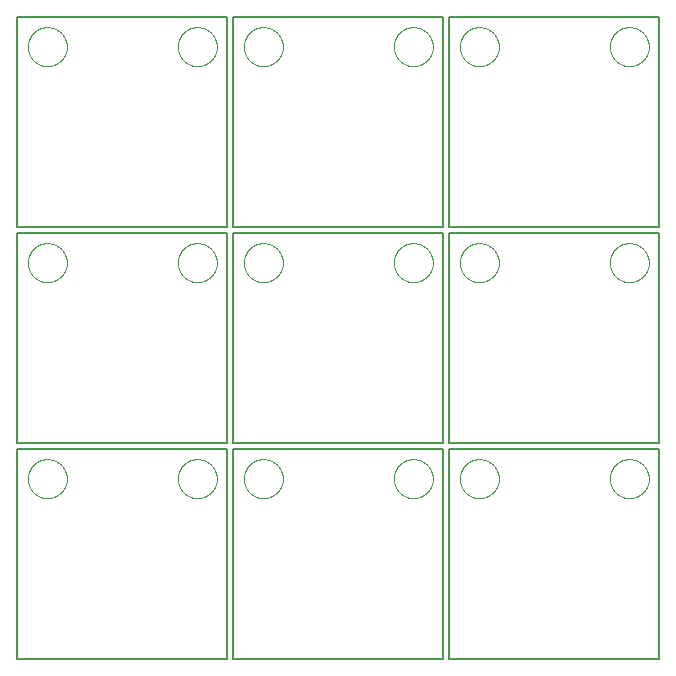
<source format=gko>
G75*
%MOIN*%
%OFA0B0*%
%FSLAX25Y25*%
%IPPOS*%
%LPD*%
%AMOC8*
5,1,8,0,0,1.08239X$1,22.5*
%
%ADD10C,0.00800*%
%ADD11C,0.00000*%
D10*
X0002250Y0005060D02*
X0072250Y0005060D01*
X0072250Y0075060D01*
X0002250Y0075060D01*
X0002250Y0005060D01*
X0002250Y0077060D02*
X0072250Y0077060D01*
X0072250Y0147060D01*
X0002250Y0147060D01*
X0002250Y0077060D01*
X0074250Y0077060D02*
X0074250Y0147060D01*
X0144250Y0147060D01*
X0144250Y0077060D01*
X0074250Y0077060D01*
X0074250Y0075060D02*
X0144250Y0075060D01*
X0144250Y0005060D01*
X0074250Y0005060D01*
X0074250Y0075060D01*
X0146250Y0075060D02*
X0146250Y0005060D01*
X0216250Y0005060D01*
X0216250Y0075060D01*
X0146250Y0075060D01*
X0146250Y0077060D02*
X0216250Y0077060D01*
X0216250Y0147060D01*
X0146250Y0147060D01*
X0146250Y0077060D01*
X0146250Y0149060D02*
X0216250Y0149060D01*
X0216250Y0219060D01*
X0146250Y0219060D01*
X0146250Y0149060D01*
X0144250Y0149060D02*
X0074250Y0149060D01*
X0074250Y0219060D01*
X0144250Y0219060D01*
X0144250Y0149060D01*
X0072250Y0149060D02*
X0002250Y0149060D01*
X0002250Y0219060D01*
X0072250Y0219060D01*
X0072250Y0149060D01*
D11*
X0055750Y0137060D02*
X0055752Y0137221D01*
X0055758Y0137381D01*
X0055768Y0137542D01*
X0055782Y0137702D01*
X0055800Y0137862D01*
X0055821Y0138021D01*
X0055847Y0138180D01*
X0055877Y0138338D01*
X0055910Y0138495D01*
X0055948Y0138652D01*
X0055989Y0138807D01*
X0056034Y0138961D01*
X0056083Y0139114D01*
X0056136Y0139266D01*
X0056192Y0139417D01*
X0056253Y0139566D01*
X0056316Y0139714D01*
X0056384Y0139860D01*
X0056455Y0140004D01*
X0056529Y0140146D01*
X0056607Y0140287D01*
X0056689Y0140425D01*
X0056774Y0140562D01*
X0056862Y0140696D01*
X0056954Y0140828D01*
X0057049Y0140958D01*
X0057147Y0141086D01*
X0057248Y0141211D01*
X0057352Y0141333D01*
X0057459Y0141453D01*
X0057569Y0141570D01*
X0057682Y0141685D01*
X0057798Y0141796D01*
X0057917Y0141905D01*
X0058038Y0142010D01*
X0058162Y0142113D01*
X0058288Y0142213D01*
X0058416Y0142309D01*
X0058547Y0142402D01*
X0058681Y0142492D01*
X0058816Y0142579D01*
X0058954Y0142662D01*
X0059093Y0142742D01*
X0059235Y0142818D01*
X0059378Y0142891D01*
X0059523Y0142960D01*
X0059670Y0143026D01*
X0059818Y0143088D01*
X0059968Y0143146D01*
X0060119Y0143201D01*
X0060272Y0143252D01*
X0060426Y0143299D01*
X0060581Y0143342D01*
X0060737Y0143381D01*
X0060893Y0143417D01*
X0061051Y0143448D01*
X0061209Y0143476D01*
X0061368Y0143500D01*
X0061528Y0143520D01*
X0061688Y0143536D01*
X0061848Y0143548D01*
X0062009Y0143556D01*
X0062170Y0143560D01*
X0062330Y0143560D01*
X0062491Y0143556D01*
X0062652Y0143548D01*
X0062812Y0143536D01*
X0062972Y0143520D01*
X0063132Y0143500D01*
X0063291Y0143476D01*
X0063449Y0143448D01*
X0063607Y0143417D01*
X0063763Y0143381D01*
X0063919Y0143342D01*
X0064074Y0143299D01*
X0064228Y0143252D01*
X0064381Y0143201D01*
X0064532Y0143146D01*
X0064682Y0143088D01*
X0064830Y0143026D01*
X0064977Y0142960D01*
X0065122Y0142891D01*
X0065265Y0142818D01*
X0065407Y0142742D01*
X0065546Y0142662D01*
X0065684Y0142579D01*
X0065819Y0142492D01*
X0065953Y0142402D01*
X0066084Y0142309D01*
X0066212Y0142213D01*
X0066338Y0142113D01*
X0066462Y0142010D01*
X0066583Y0141905D01*
X0066702Y0141796D01*
X0066818Y0141685D01*
X0066931Y0141570D01*
X0067041Y0141453D01*
X0067148Y0141333D01*
X0067252Y0141211D01*
X0067353Y0141086D01*
X0067451Y0140958D01*
X0067546Y0140828D01*
X0067638Y0140696D01*
X0067726Y0140562D01*
X0067811Y0140425D01*
X0067893Y0140287D01*
X0067971Y0140146D01*
X0068045Y0140004D01*
X0068116Y0139860D01*
X0068184Y0139714D01*
X0068247Y0139566D01*
X0068308Y0139417D01*
X0068364Y0139266D01*
X0068417Y0139114D01*
X0068466Y0138961D01*
X0068511Y0138807D01*
X0068552Y0138652D01*
X0068590Y0138495D01*
X0068623Y0138338D01*
X0068653Y0138180D01*
X0068679Y0138021D01*
X0068700Y0137862D01*
X0068718Y0137702D01*
X0068732Y0137542D01*
X0068742Y0137381D01*
X0068748Y0137221D01*
X0068750Y0137060D01*
X0068748Y0136899D01*
X0068742Y0136739D01*
X0068732Y0136578D01*
X0068718Y0136418D01*
X0068700Y0136258D01*
X0068679Y0136099D01*
X0068653Y0135940D01*
X0068623Y0135782D01*
X0068590Y0135625D01*
X0068552Y0135468D01*
X0068511Y0135313D01*
X0068466Y0135159D01*
X0068417Y0135006D01*
X0068364Y0134854D01*
X0068308Y0134703D01*
X0068247Y0134554D01*
X0068184Y0134406D01*
X0068116Y0134260D01*
X0068045Y0134116D01*
X0067971Y0133974D01*
X0067893Y0133833D01*
X0067811Y0133695D01*
X0067726Y0133558D01*
X0067638Y0133424D01*
X0067546Y0133292D01*
X0067451Y0133162D01*
X0067353Y0133034D01*
X0067252Y0132909D01*
X0067148Y0132787D01*
X0067041Y0132667D01*
X0066931Y0132550D01*
X0066818Y0132435D01*
X0066702Y0132324D01*
X0066583Y0132215D01*
X0066462Y0132110D01*
X0066338Y0132007D01*
X0066212Y0131907D01*
X0066084Y0131811D01*
X0065953Y0131718D01*
X0065819Y0131628D01*
X0065684Y0131541D01*
X0065546Y0131458D01*
X0065407Y0131378D01*
X0065265Y0131302D01*
X0065122Y0131229D01*
X0064977Y0131160D01*
X0064830Y0131094D01*
X0064682Y0131032D01*
X0064532Y0130974D01*
X0064381Y0130919D01*
X0064228Y0130868D01*
X0064074Y0130821D01*
X0063919Y0130778D01*
X0063763Y0130739D01*
X0063607Y0130703D01*
X0063449Y0130672D01*
X0063291Y0130644D01*
X0063132Y0130620D01*
X0062972Y0130600D01*
X0062812Y0130584D01*
X0062652Y0130572D01*
X0062491Y0130564D01*
X0062330Y0130560D01*
X0062170Y0130560D01*
X0062009Y0130564D01*
X0061848Y0130572D01*
X0061688Y0130584D01*
X0061528Y0130600D01*
X0061368Y0130620D01*
X0061209Y0130644D01*
X0061051Y0130672D01*
X0060893Y0130703D01*
X0060737Y0130739D01*
X0060581Y0130778D01*
X0060426Y0130821D01*
X0060272Y0130868D01*
X0060119Y0130919D01*
X0059968Y0130974D01*
X0059818Y0131032D01*
X0059670Y0131094D01*
X0059523Y0131160D01*
X0059378Y0131229D01*
X0059235Y0131302D01*
X0059093Y0131378D01*
X0058954Y0131458D01*
X0058816Y0131541D01*
X0058681Y0131628D01*
X0058547Y0131718D01*
X0058416Y0131811D01*
X0058288Y0131907D01*
X0058162Y0132007D01*
X0058038Y0132110D01*
X0057917Y0132215D01*
X0057798Y0132324D01*
X0057682Y0132435D01*
X0057569Y0132550D01*
X0057459Y0132667D01*
X0057352Y0132787D01*
X0057248Y0132909D01*
X0057147Y0133034D01*
X0057049Y0133162D01*
X0056954Y0133292D01*
X0056862Y0133424D01*
X0056774Y0133558D01*
X0056689Y0133695D01*
X0056607Y0133833D01*
X0056529Y0133974D01*
X0056455Y0134116D01*
X0056384Y0134260D01*
X0056316Y0134406D01*
X0056253Y0134554D01*
X0056192Y0134703D01*
X0056136Y0134854D01*
X0056083Y0135006D01*
X0056034Y0135159D01*
X0055989Y0135313D01*
X0055948Y0135468D01*
X0055910Y0135625D01*
X0055877Y0135782D01*
X0055847Y0135940D01*
X0055821Y0136099D01*
X0055800Y0136258D01*
X0055782Y0136418D01*
X0055768Y0136578D01*
X0055758Y0136739D01*
X0055752Y0136899D01*
X0055750Y0137060D01*
X0077750Y0137060D02*
X0077752Y0137221D01*
X0077758Y0137381D01*
X0077768Y0137542D01*
X0077782Y0137702D01*
X0077800Y0137862D01*
X0077821Y0138021D01*
X0077847Y0138180D01*
X0077877Y0138338D01*
X0077910Y0138495D01*
X0077948Y0138652D01*
X0077989Y0138807D01*
X0078034Y0138961D01*
X0078083Y0139114D01*
X0078136Y0139266D01*
X0078192Y0139417D01*
X0078253Y0139566D01*
X0078316Y0139714D01*
X0078384Y0139860D01*
X0078455Y0140004D01*
X0078529Y0140146D01*
X0078607Y0140287D01*
X0078689Y0140425D01*
X0078774Y0140562D01*
X0078862Y0140696D01*
X0078954Y0140828D01*
X0079049Y0140958D01*
X0079147Y0141086D01*
X0079248Y0141211D01*
X0079352Y0141333D01*
X0079459Y0141453D01*
X0079569Y0141570D01*
X0079682Y0141685D01*
X0079798Y0141796D01*
X0079917Y0141905D01*
X0080038Y0142010D01*
X0080162Y0142113D01*
X0080288Y0142213D01*
X0080416Y0142309D01*
X0080547Y0142402D01*
X0080681Y0142492D01*
X0080816Y0142579D01*
X0080954Y0142662D01*
X0081093Y0142742D01*
X0081235Y0142818D01*
X0081378Y0142891D01*
X0081523Y0142960D01*
X0081670Y0143026D01*
X0081818Y0143088D01*
X0081968Y0143146D01*
X0082119Y0143201D01*
X0082272Y0143252D01*
X0082426Y0143299D01*
X0082581Y0143342D01*
X0082737Y0143381D01*
X0082893Y0143417D01*
X0083051Y0143448D01*
X0083209Y0143476D01*
X0083368Y0143500D01*
X0083528Y0143520D01*
X0083688Y0143536D01*
X0083848Y0143548D01*
X0084009Y0143556D01*
X0084170Y0143560D01*
X0084330Y0143560D01*
X0084491Y0143556D01*
X0084652Y0143548D01*
X0084812Y0143536D01*
X0084972Y0143520D01*
X0085132Y0143500D01*
X0085291Y0143476D01*
X0085449Y0143448D01*
X0085607Y0143417D01*
X0085763Y0143381D01*
X0085919Y0143342D01*
X0086074Y0143299D01*
X0086228Y0143252D01*
X0086381Y0143201D01*
X0086532Y0143146D01*
X0086682Y0143088D01*
X0086830Y0143026D01*
X0086977Y0142960D01*
X0087122Y0142891D01*
X0087265Y0142818D01*
X0087407Y0142742D01*
X0087546Y0142662D01*
X0087684Y0142579D01*
X0087819Y0142492D01*
X0087953Y0142402D01*
X0088084Y0142309D01*
X0088212Y0142213D01*
X0088338Y0142113D01*
X0088462Y0142010D01*
X0088583Y0141905D01*
X0088702Y0141796D01*
X0088818Y0141685D01*
X0088931Y0141570D01*
X0089041Y0141453D01*
X0089148Y0141333D01*
X0089252Y0141211D01*
X0089353Y0141086D01*
X0089451Y0140958D01*
X0089546Y0140828D01*
X0089638Y0140696D01*
X0089726Y0140562D01*
X0089811Y0140425D01*
X0089893Y0140287D01*
X0089971Y0140146D01*
X0090045Y0140004D01*
X0090116Y0139860D01*
X0090184Y0139714D01*
X0090247Y0139566D01*
X0090308Y0139417D01*
X0090364Y0139266D01*
X0090417Y0139114D01*
X0090466Y0138961D01*
X0090511Y0138807D01*
X0090552Y0138652D01*
X0090590Y0138495D01*
X0090623Y0138338D01*
X0090653Y0138180D01*
X0090679Y0138021D01*
X0090700Y0137862D01*
X0090718Y0137702D01*
X0090732Y0137542D01*
X0090742Y0137381D01*
X0090748Y0137221D01*
X0090750Y0137060D01*
X0090748Y0136899D01*
X0090742Y0136739D01*
X0090732Y0136578D01*
X0090718Y0136418D01*
X0090700Y0136258D01*
X0090679Y0136099D01*
X0090653Y0135940D01*
X0090623Y0135782D01*
X0090590Y0135625D01*
X0090552Y0135468D01*
X0090511Y0135313D01*
X0090466Y0135159D01*
X0090417Y0135006D01*
X0090364Y0134854D01*
X0090308Y0134703D01*
X0090247Y0134554D01*
X0090184Y0134406D01*
X0090116Y0134260D01*
X0090045Y0134116D01*
X0089971Y0133974D01*
X0089893Y0133833D01*
X0089811Y0133695D01*
X0089726Y0133558D01*
X0089638Y0133424D01*
X0089546Y0133292D01*
X0089451Y0133162D01*
X0089353Y0133034D01*
X0089252Y0132909D01*
X0089148Y0132787D01*
X0089041Y0132667D01*
X0088931Y0132550D01*
X0088818Y0132435D01*
X0088702Y0132324D01*
X0088583Y0132215D01*
X0088462Y0132110D01*
X0088338Y0132007D01*
X0088212Y0131907D01*
X0088084Y0131811D01*
X0087953Y0131718D01*
X0087819Y0131628D01*
X0087684Y0131541D01*
X0087546Y0131458D01*
X0087407Y0131378D01*
X0087265Y0131302D01*
X0087122Y0131229D01*
X0086977Y0131160D01*
X0086830Y0131094D01*
X0086682Y0131032D01*
X0086532Y0130974D01*
X0086381Y0130919D01*
X0086228Y0130868D01*
X0086074Y0130821D01*
X0085919Y0130778D01*
X0085763Y0130739D01*
X0085607Y0130703D01*
X0085449Y0130672D01*
X0085291Y0130644D01*
X0085132Y0130620D01*
X0084972Y0130600D01*
X0084812Y0130584D01*
X0084652Y0130572D01*
X0084491Y0130564D01*
X0084330Y0130560D01*
X0084170Y0130560D01*
X0084009Y0130564D01*
X0083848Y0130572D01*
X0083688Y0130584D01*
X0083528Y0130600D01*
X0083368Y0130620D01*
X0083209Y0130644D01*
X0083051Y0130672D01*
X0082893Y0130703D01*
X0082737Y0130739D01*
X0082581Y0130778D01*
X0082426Y0130821D01*
X0082272Y0130868D01*
X0082119Y0130919D01*
X0081968Y0130974D01*
X0081818Y0131032D01*
X0081670Y0131094D01*
X0081523Y0131160D01*
X0081378Y0131229D01*
X0081235Y0131302D01*
X0081093Y0131378D01*
X0080954Y0131458D01*
X0080816Y0131541D01*
X0080681Y0131628D01*
X0080547Y0131718D01*
X0080416Y0131811D01*
X0080288Y0131907D01*
X0080162Y0132007D01*
X0080038Y0132110D01*
X0079917Y0132215D01*
X0079798Y0132324D01*
X0079682Y0132435D01*
X0079569Y0132550D01*
X0079459Y0132667D01*
X0079352Y0132787D01*
X0079248Y0132909D01*
X0079147Y0133034D01*
X0079049Y0133162D01*
X0078954Y0133292D01*
X0078862Y0133424D01*
X0078774Y0133558D01*
X0078689Y0133695D01*
X0078607Y0133833D01*
X0078529Y0133974D01*
X0078455Y0134116D01*
X0078384Y0134260D01*
X0078316Y0134406D01*
X0078253Y0134554D01*
X0078192Y0134703D01*
X0078136Y0134854D01*
X0078083Y0135006D01*
X0078034Y0135159D01*
X0077989Y0135313D01*
X0077948Y0135468D01*
X0077910Y0135625D01*
X0077877Y0135782D01*
X0077847Y0135940D01*
X0077821Y0136099D01*
X0077800Y0136258D01*
X0077782Y0136418D01*
X0077768Y0136578D01*
X0077758Y0136739D01*
X0077752Y0136899D01*
X0077750Y0137060D01*
X0127750Y0137060D02*
X0127752Y0137221D01*
X0127758Y0137381D01*
X0127768Y0137542D01*
X0127782Y0137702D01*
X0127800Y0137862D01*
X0127821Y0138021D01*
X0127847Y0138180D01*
X0127877Y0138338D01*
X0127910Y0138495D01*
X0127948Y0138652D01*
X0127989Y0138807D01*
X0128034Y0138961D01*
X0128083Y0139114D01*
X0128136Y0139266D01*
X0128192Y0139417D01*
X0128253Y0139566D01*
X0128316Y0139714D01*
X0128384Y0139860D01*
X0128455Y0140004D01*
X0128529Y0140146D01*
X0128607Y0140287D01*
X0128689Y0140425D01*
X0128774Y0140562D01*
X0128862Y0140696D01*
X0128954Y0140828D01*
X0129049Y0140958D01*
X0129147Y0141086D01*
X0129248Y0141211D01*
X0129352Y0141333D01*
X0129459Y0141453D01*
X0129569Y0141570D01*
X0129682Y0141685D01*
X0129798Y0141796D01*
X0129917Y0141905D01*
X0130038Y0142010D01*
X0130162Y0142113D01*
X0130288Y0142213D01*
X0130416Y0142309D01*
X0130547Y0142402D01*
X0130681Y0142492D01*
X0130816Y0142579D01*
X0130954Y0142662D01*
X0131093Y0142742D01*
X0131235Y0142818D01*
X0131378Y0142891D01*
X0131523Y0142960D01*
X0131670Y0143026D01*
X0131818Y0143088D01*
X0131968Y0143146D01*
X0132119Y0143201D01*
X0132272Y0143252D01*
X0132426Y0143299D01*
X0132581Y0143342D01*
X0132737Y0143381D01*
X0132893Y0143417D01*
X0133051Y0143448D01*
X0133209Y0143476D01*
X0133368Y0143500D01*
X0133528Y0143520D01*
X0133688Y0143536D01*
X0133848Y0143548D01*
X0134009Y0143556D01*
X0134170Y0143560D01*
X0134330Y0143560D01*
X0134491Y0143556D01*
X0134652Y0143548D01*
X0134812Y0143536D01*
X0134972Y0143520D01*
X0135132Y0143500D01*
X0135291Y0143476D01*
X0135449Y0143448D01*
X0135607Y0143417D01*
X0135763Y0143381D01*
X0135919Y0143342D01*
X0136074Y0143299D01*
X0136228Y0143252D01*
X0136381Y0143201D01*
X0136532Y0143146D01*
X0136682Y0143088D01*
X0136830Y0143026D01*
X0136977Y0142960D01*
X0137122Y0142891D01*
X0137265Y0142818D01*
X0137407Y0142742D01*
X0137546Y0142662D01*
X0137684Y0142579D01*
X0137819Y0142492D01*
X0137953Y0142402D01*
X0138084Y0142309D01*
X0138212Y0142213D01*
X0138338Y0142113D01*
X0138462Y0142010D01*
X0138583Y0141905D01*
X0138702Y0141796D01*
X0138818Y0141685D01*
X0138931Y0141570D01*
X0139041Y0141453D01*
X0139148Y0141333D01*
X0139252Y0141211D01*
X0139353Y0141086D01*
X0139451Y0140958D01*
X0139546Y0140828D01*
X0139638Y0140696D01*
X0139726Y0140562D01*
X0139811Y0140425D01*
X0139893Y0140287D01*
X0139971Y0140146D01*
X0140045Y0140004D01*
X0140116Y0139860D01*
X0140184Y0139714D01*
X0140247Y0139566D01*
X0140308Y0139417D01*
X0140364Y0139266D01*
X0140417Y0139114D01*
X0140466Y0138961D01*
X0140511Y0138807D01*
X0140552Y0138652D01*
X0140590Y0138495D01*
X0140623Y0138338D01*
X0140653Y0138180D01*
X0140679Y0138021D01*
X0140700Y0137862D01*
X0140718Y0137702D01*
X0140732Y0137542D01*
X0140742Y0137381D01*
X0140748Y0137221D01*
X0140750Y0137060D01*
X0140748Y0136899D01*
X0140742Y0136739D01*
X0140732Y0136578D01*
X0140718Y0136418D01*
X0140700Y0136258D01*
X0140679Y0136099D01*
X0140653Y0135940D01*
X0140623Y0135782D01*
X0140590Y0135625D01*
X0140552Y0135468D01*
X0140511Y0135313D01*
X0140466Y0135159D01*
X0140417Y0135006D01*
X0140364Y0134854D01*
X0140308Y0134703D01*
X0140247Y0134554D01*
X0140184Y0134406D01*
X0140116Y0134260D01*
X0140045Y0134116D01*
X0139971Y0133974D01*
X0139893Y0133833D01*
X0139811Y0133695D01*
X0139726Y0133558D01*
X0139638Y0133424D01*
X0139546Y0133292D01*
X0139451Y0133162D01*
X0139353Y0133034D01*
X0139252Y0132909D01*
X0139148Y0132787D01*
X0139041Y0132667D01*
X0138931Y0132550D01*
X0138818Y0132435D01*
X0138702Y0132324D01*
X0138583Y0132215D01*
X0138462Y0132110D01*
X0138338Y0132007D01*
X0138212Y0131907D01*
X0138084Y0131811D01*
X0137953Y0131718D01*
X0137819Y0131628D01*
X0137684Y0131541D01*
X0137546Y0131458D01*
X0137407Y0131378D01*
X0137265Y0131302D01*
X0137122Y0131229D01*
X0136977Y0131160D01*
X0136830Y0131094D01*
X0136682Y0131032D01*
X0136532Y0130974D01*
X0136381Y0130919D01*
X0136228Y0130868D01*
X0136074Y0130821D01*
X0135919Y0130778D01*
X0135763Y0130739D01*
X0135607Y0130703D01*
X0135449Y0130672D01*
X0135291Y0130644D01*
X0135132Y0130620D01*
X0134972Y0130600D01*
X0134812Y0130584D01*
X0134652Y0130572D01*
X0134491Y0130564D01*
X0134330Y0130560D01*
X0134170Y0130560D01*
X0134009Y0130564D01*
X0133848Y0130572D01*
X0133688Y0130584D01*
X0133528Y0130600D01*
X0133368Y0130620D01*
X0133209Y0130644D01*
X0133051Y0130672D01*
X0132893Y0130703D01*
X0132737Y0130739D01*
X0132581Y0130778D01*
X0132426Y0130821D01*
X0132272Y0130868D01*
X0132119Y0130919D01*
X0131968Y0130974D01*
X0131818Y0131032D01*
X0131670Y0131094D01*
X0131523Y0131160D01*
X0131378Y0131229D01*
X0131235Y0131302D01*
X0131093Y0131378D01*
X0130954Y0131458D01*
X0130816Y0131541D01*
X0130681Y0131628D01*
X0130547Y0131718D01*
X0130416Y0131811D01*
X0130288Y0131907D01*
X0130162Y0132007D01*
X0130038Y0132110D01*
X0129917Y0132215D01*
X0129798Y0132324D01*
X0129682Y0132435D01*
X0129569Y0132550D01*
X0129459Y0132667D01*
X0129352Y0132787D01*
X0129248Y0132909D01*
X0129147Y0133034D01*
X0129049Y0133162D01*
X0128954Y0133292D01*
X0128862Y0133424D01*
X0128774Y0133558D01*
X0128689Y0133695D01*
X0128607Y0133833D01*
X0128529Y0133974D01*
X0128455Y0134116D01*
X0128384Y0134260D01*
X0128316Y0134406D01*
X0128253Y0134554D01*
X0128192Y0134703D01*
X0128136Y0134854D01*
X0128083Y0135006D01*
X0128034Y0135159D01*
X0127989Y0135313D01*
X0127948Y0135468D01*
X0127910Y0135625D01*
X0127877Y0135782D01*
X0127847Y0135940D01*
X0127821Y0136099D01*
X0127800Y0136258D01*
X0127782Y0136418D01*
X0127768Y0136578D01*
X0127758Y0136739D01*
X0127752Y0136899D01*
X0127750Y0137060D01*
X0149750Y0137060D02*
X0149752Y0137221D01*
X0149758Y0137381D01*
X0149768Y0137542D01*
X0149782Y0137702D01*
X0149800Y0137862D01*
X0149821Y0138021D01*
X0149847Y0138180D01*
X0149877Y0138338D01*
X0149910Y0138495D01*
X0149948Y0138652D01*
X0149989Y0138807D01*
X0150034Y0138961D01*
X0150083Y0139114D01*
X0150136Y0139266D01*
X0150192Y0139417D01*
X0150253Y0139566D01*
X0150316Y0139714D01*
X0150384Y0139860D01*
X0150455Y0140004D01*
X0150529Y0140146D01*
X0150607Y0140287D01*
X0150689Y0140425D01*
X0150774Y0140562D01*
X0150862Y0140696D01*
X0150954Y0140828D01*
X0151049Y0140958D01*
X0151147Y0141086D01*
X0151248Y0141211D01*
X0151352Y0141333D01*
X0151459Y0141453D01*
X0151569Y0141570D01*
X0151682Y0141685D01*
X0151798Y0141796D01*
X0151917Y0141905D01*
X0152038Y0142010D01*
X0152162Y0142113D01*
X0152288Y0142213D01*
X0152416Y0142309D01*
X0152547Y0142402D01*
X0152681Y0142492D01*
X0152816Y0142579D01*
X0152954Y0142662D01*
X0153093Y0142742D01*
X0153235Y0142818D01*
X0153378Y0142891D01*
X0153523Y0142960D01*
X0153670Y0143026D01*
X0153818Y0143088D01*
X0153968Y0143146D01*
X0154119Y0143201D01*
X0154272Y0143252D01*
X0154426Y0143299D01*
X0154581Y0143342D01*
X0154737Y0143381D01*
X0154893Y0143417D01*
X0155051Y0143448D01*
X0155209Y0143476D01*
X0155368Y0143500D01*
X0155528Y0143520D01*
X0155688Y0143536D01*
X0155848Y0143548D01*
X0156009Y0143556D01*
X0156170Y0143560D01*
X0156330Y0143560D01*
X0156491Y0143556D01*
X0156652Y0143548D01*
X0156812Y0143536D01*
X0156972Y0143520D01*
X0157132Y0143500D01*
X0157291Y0143476D01*
X0157449Y0143448D01*
X0157607Y0143417D01*
X0157763Y0143381D01*
X0157919Y0143342D01*
X0158074Y0143299D01*
X0158228Y0143252D01*
X0158381Y0143201D01*
X0158532Y0143146D01*
X0158682Y0143088D01*
X0158830Y0143026D01*
X0158977Y0142960D01*
X0159122Y0142891D01*
X0159265Y0142818D01*
X0159407Y0142742D01*
X0159546Y0142662D01*
X0159684Y0142579D01*
X0159819Y0142492D01*
X0159953Y0142402D01*
X0160084Y0142309D01*
X0160212Y0142213D01*
X0160338Y0142113D01*
X0160462Y0142010D01*
X0160583Y0141905D01*
X0160702Y0141796D01*
X0160818Y0141685D01*
X0160931Y0141570D01*
X0161041Y0141453D01*
X0161148Y0141333D01*
X0161252Y0141211D01*
X0161353Y0141086D01*
X0161451Y0140958D01*
X0161546Y0140828D01*
X0161638Y0140696D01*
X0161726Y0140562D01*
X0161811Y0140425D01*
X0161893Y0140287D01*
X0161971Y0140146D01*
X0162045Y0140004D01*
X0162116Y0139860D01*
X0162184Y0139714D01*
X0162247Y0139566D01*
X0162308Y0139417D01*
X0162364Y0139266D01*
X0162417Y0139114D01*
X0162466Y0138961D01*
X0162511Y0138807D01*
X0162552Y0138652D01*
X0162590Y0138495D01*
X0162623Y0138338D01*
X0162653Y0138180D01*
X0162679Y0138021D01*
X0162700Y0137862D01*
X0162718Y0137702D01*
X0162732Y0137542D01*
X0162742Y0137381D01*
X0162748Y0137221D01*
X0162750Y0137060D01*
X0162748Y0136899D01*
X0162742Y0136739D01*
X0162732Y0136578D01*
X0162718Y0136418D01*
X0162700Y0136258D01*
X0162679Y0136099D01*
X0162653Y0135940D01*
X0162623Y0135782D01*
X0162590Y0135625D01*
X0162552Y0135468D01*
X0162511Y0135313D01*
X0162466Y0135159D01*
X0162417Y0135006D01*
X0162364Y0134854D01*
X0162308Y0134703D01*
X0162247Y0134554D01*
X0162184Y0134406D01*
X0162116Y0134260D01*
X0162045Y0134116D01*
X0161971Y0133974D01*
X0161893Y0133833D01*
X0161811Y0133695D01*
X0161726Y0133558D01*
X0161638Y0133424D01*
X0161546Y0133292D01*
X0161451Y0133162D01*
X0161353Y0133034D01*
X0161252Y0132909D01*
X0161148Y0132787D01*
X0161041Y0132667D01*
X0160931Y0132550D01*
X0160818Y0132435D01*
X0160702Y0132324D01*
X0160583Y0132215D01*
X0160462Y0132110D01*
X0160338Y0132007D01*
X0160212Y0131907D01*
X0160084Y0131811D01*
X0159953Y0131718D01*
X0159819Y0131628D01*
X0159684Y0131541D01*
X0159546Y0131458D01*
X0159407Y0131378D01*
X0159265Y0131302D01*
X0159122Y0131229D01*
X0158977Y0131160D01*
X0158830Y0131094D01*
X0158682Y0131032D01*
X0158532Y0130974D01*
X0158381Y0130919D01*
X0158228Y0130868D01*
X0158074Y0130821D01*
X0157919Y0130778D01*
X0157763Y0130739D01*
X0157607Y0130703D01*
X0157449Y0130672D01*
X0157291Y0130644D01*
X0157132Y0130620D01*
X0156972Y0130600D01*
X0156812Y0130584D01*
X0156652Y0130572D01*
X0156491Y0130564D01*
X0156330Y0130560D01*
X0156170Y0130560D01*
X0156009Y0130564D01*
X0155848Y0130572D01*
X0155688Y0130584D01*
X0155528Y0130600D01*
X0155368Y0130620D01*
X0155209Y0130644D01*
X0155051Y0130672D01*
X0154893Y0130703D01*
X0154737Y0130739D01*
X0154581Y0130778D01*
X0154426Y0130821D01*
X0154272Y0130868D01*
X0154119Y0130919D01*
X0153968Y0130974D01*
X0153818Y0131032D01*
X0153670Y0131094D01*
X0153523Y0131160D01*
X0153378Y0131229D01*
X0153235Y0131302D01*
X0153093Y0131378D01*
X0152954Y0131458D01*
X0152816Y0131541D01*
X0152681Y0131628D01*
X0152547Y0131718D01*
X0152416Y0131811D01*
X0152288Y0131907D01*
X0152162Y0132007D01*
X0152038Y0132110D01*
X0151917Y0132215D01*
X0151798Y0132324D01*
X0151682Y0132435D01*
X0151569Y0132550D01*
X0151459Y0132667D01*
X0151352Y0132787D01*
X0151248Y0132909D01*
X0151147Y0133034D01*
X0151049Y0133162D01*
X0150954Y0133292D01*
X0150862Y0133424D01*
X0150774Y0133558D01*
X0150689Y0133695D01*
X0150607Y0133833D01*
X0150529Y0133974D01*
X0150455Y0134116D01*
X0150384Y0134260D01*
X0150316Y0134406D01*
X0150253Y0134554D01*
X0150192Y0134703D01*
X0150136Y0134854D01*
X0150083Y0135006D01*
X0150034Y0135159D01*
X0149989Y0135313D01*
X0149948Y0135468D01*
X0149910Y0135625D01*
X0149877Y0135782D01*
X0149847Y0135940D01*
X0149821Y0136099D01*
X0149800Y0136258D01*
X0149782Y0136418D01*
X0149768Y0136578D01*
X0149758Y0136739D01*
X0149752Y0136899D01*
X0149750Y0137060D01*
X0199750Y0137060D02*
X0199752Y0137221D01*
X0199758Y0137381D01*
X0199768Y0137542D01*
X0199782Y0137702D01*
X0199800Y0137862D01*
X0199821Y0138021D01*
X0199847Y0138180D01*
X0199877Y0138338D01*
X0199910Y0138495D01*
X0199948Y0138652D01*
X0199989Y0138807D01*
X0200034Y0138961D01*
X0200083Y0139114D01*
X0200136Y0139266D01*
X0200192Y0139417D01*
X0200253Y0139566D01*
X0200316Y0139714D01*
X0200384Y0139860D01*
X0200455Y0140004D01*
X0200529Y0140146D01*
X0200607Y0140287D01*
X0200689Y0140425D01*
X0200774Y0140562D01*
X0200862Y0140696D01*
X0200954Y0140828D01*
X0201049Y0140958D01*
X0201147Y0141086D01*
X0201248Y0141211D01*
X0201352Y0141333D01*
X0201459Y0141453D01*
X0201569Y0141570D01*
X0201682Y0141685D01*
X0201798Y0141796D01*
X0201917Y0141905D01*
X0202038Y0142010D01*
X0202162Y0142113D01*
X0202288Y0142213D01*
X0202416Y0142309D01*
X0202547Y0142402D01*
X0202681Y0142492D01*
X0202816Y0142579D01*
X0202954Y0142662D01*
X0203093Y0142742D01*
X0203235Y0142818D01*
X0203378Y0142891D01*
X0203523Y0142960D01*
X0203670Y0143026D01*
X0203818Y0143088D01*
X0203968Y0143146D01*
X0204119Y0143201D01*
X0204272Y0143252D01*
X0204426Y0143299D01*
X0204581Y0143342D01*
X0204737Y0143381D01*
X0204893Y0143417D01*
X0205051Y0143448D01*
X0205209Y0143476D01*
X0205368Y0143500D01*
X0205528Y0143520D01*
X0205688Y0143536D01*
X0205848Y0143548D01*
X0206009Y0143556D01*
X0206170Y0143560D01*
X0206330Y0143560D01*
X0206491Y0143556D01*
X0206652Y0143548D01*
X0206812Y0143536D01*
X0206972Y0143520D01*
X0207132Y0143500D01*
X0207291Y0143476D01*
X0207449Y0143448D01*
X0207607Y0143417D01*
X0207763Y0143381D01*
X0207919Y0143342D01*
X0208074Y0143299D01*
X0208228Y0143252D01*
X0208381Y0143201D01*
X0208532Y0143146D01*
X0208682Y0143088D01*
X0208830Y0143026D01*
X0208977Y0142960D01*
X0209122Y0142891D01*
X0209265Y0142818D01*
X0209407Y0142742D01*
X0209546Y0142662D01*
X0209684Y0142579D01*
X0209819Y0142492D01*
X0209953Y0142402D01*
X0210084Y0142309D01*
X0210212Y0142213D01*
X0210338Y0142113D01*
X0210462Y0142010D01*
X0210583Y0141905D01*
X0210702Y0141796D01*
X0210818Y0141685D01*
X0210931Y0141570D01*
X0211041Y0141453D01*
X0211148Y0141333D01*
X0211252Y0141211D01*
X0211353Y0141086D01*
X0211451Y0140958D01*
X0211546Y0140828D01*
X0211638Y0140696D01*
X0211726Y0140562D01*
X0211811Y0140425D01*
X0211893Y0140287D01*
X0211971Y0140146D01*
X0212045Y0140004D01*
X0212116Y0139860D01*
X0212184Y0139714D01*
X0212247Y0139566D01*
X0212308Y0139417D01*
X0212364Y0139266D01*
X0212417Y0139114D01*
X0212466Y0138961D01*
X0212511Y0138807D01*
X0212552Y0138652D01*
X0212590Y0138495D01*
X0212623Y0138338D01*
X0212653Y0138180D01*
X0212679Y0138021D01*
X0212700Y0137862D01*
X0212718Y0137702D01*
X0212732Y0137542D01*
X0212742Y0137381D01*
X0212748Y0137221D01*
X0212750Y0137060D01*
X0212748Y0136899D01*
X0212742Y0136739D01*
X0212732Y0136578D01*
X0212718Y0136418D01*
X0212700Y0136258D01*
X0212679Y0136099D01*
X0212653Y0135940D01*
X0212623Y0135782D01*
X0212590Y0135625D01*
X0212552Y0135468D01*
X0212511Y0135313D01*
X0212466Y0135159D01*
X0212417Y0135006D01*
X0212364Y0134854D01*
X0212308Y0134703D01*
X0212247Y0134554D01*
X0212184Y0134406D01*
X0212116Y0134260D01*
X0212045Y0134116D01*
X0211971Y0133974D01*
X0211893Y0133833D01*
X0211811Y0133695D01*
X0211726Y0133558D01*
X0211638Y0133424D01*
X0211546Y0133292D01*
X0211451Y0133162D01*
X0211353Y0133034D01*
X0211252Y0132909D01*
X0211148Y0132787D01*
X0211041Y0132667D01*
X0210931Y0132550D01*
X0210818Y0132435D01*
X0210702Y0132324D01*
X0210583Y0132215D01*
X0210462Y0132110D01*
X0210338Y0132007D01*
X0210212Y0131907D01*
X0210084Y0131811D01*
X0209953Y0131718D01*
X0209819Y0131628D01*
X0209684Y0131541D01*
X0209546Y0131458D01*
X0209407Y0131378D01*
X0209265Y0131302D01*
X0209122Y0131229D01*
X0208977Y0131160D01*
X0208830Y0131094D01*
X0208682Y0131032D01*
X0208532Y0130974D01*
X0208381Y0130919D01*
X0208228Y0130868D01*
X0208074Y0130821D01*
X0207919Y0130778D01*
X0207763Y0130739D01*
X0207607Y0130703D01*
X0207449Y0130672D01*
X0207291Y0130644D01*
X0207132Y0130620D01*
X0206972Y0130600D01*
X0206812Y0130584D01*
X0206652Y0130572D01*
X0206491Y0130564D01*
X0206330Y0130560D01*
X0206170Y0130560D01*
X0206009Y0130564D01*
X0205848Y0130572D01*
X0205688Y0130584D01*
X0205528Y0130600D01*
X0205368Y0130620D01*
X0205209Y0130644D01*
X0205051Y0130672D01*
X0204893Y0130703D01*
X0204737Y0130739D01*
X0204581Y0130778D01*
X0204426Y0130821D01*
X0204272Y0130868D01*
X0204119Y0130919D01*
X0203968Y0130974D01*
X0203818Y0131032D01*
X0203670Y0131094D01*
X0203523Y0131160D01*
X0203378Y0131229D01*
X0203235Y0131302D01*
X0203093Y0131378D01*
X0202954Y0131458D01*
X0202816Y0131541D01*
X0202681Y0131628D01*
X0202547Y0131718D01*
X0202416Y0131811D01*
X0202288Y0131907D01*
X0202162Y0132007D01*
X0202038Y0132110D01*
X0201917Y0132215D01*
X0201798Y0132324D01*
X0201682Y0132435D01*
X0201569Y0132550D01*
X0201459Y0132667D01*
X0201352Y0132787D01*
X0201248Y0132909D01*
X0201147Y0133034D01*
X0201049Y0133162D01*
X0200954Y0133292D01*
X0200862Y0133424D01*
X0200774Y0133558D01*
X0200689Y0133695D01*
X0200607Y0133833D01*
X0200529Y0133974D01*
X0200455Y0134116D01*
X0200384Y0134260D01*
X0200316Y0134406D01*
X0200253Y0134554D01*
X0200192Y0134703D01*
X0200136Y0134854D01*
X0200083Y0135006D01*
X0200034Y0135159D01*
X0199989Y0135313D01*
X0199948Y0135468D01*
X0199910Y0135625D01*
X0199877Y0135782D01*
X0199847Y0135940D01*
X0199821Y0136099D01*
X0199800Y0136258D01*
X0199782Y0136418D01*
X0199768Y0136578D01*
X0199758Y0136739D01*
X0199752Y0136899D01*
X0199750Y0137060D01*
X0199750Y0065060D02*
X0199752Y0065221D01*
X0199758Y0065381D01*
X0199768Y0065542D01*
X0199782Y0065702D01*
X0199800Y0065862D01*
X0199821Y0066021D01*
X0199847Y0066180D01*
X0199877Y0066338D01*
X0199910Y0066495D01*
X0199948Y0066652D01*
X0199989Y0066807D01*
X0200034Y0066961D01*
X0200083Y0067114D01*
X0200136Y0067266D01*
X0200192Y0067417D01*
X0200253Y0067566D01*
X0200316Y0067714D01*
X0200384Y0067860D01*
X0200455Y0068004D01*
X0200529Y0068146D01*
X0200607Y0068287D01*
X0200689Y0068425D01*
X0200774Y0068562D01*
X0200862Y0068696D01*
X0200954Y0068828D01*
X0201049Y0068958D01*
X0201147Y0069086D01*
X0201248Y0069211D01*
X0201352Y0069333D01*
X0201459Y0069453D01*
X0201569Y0069570D01*
X0201682Y0069685D01*
X0201798Y0069796D01*
X0201917Y0069905D01*
X0202038Y0070010D01*
X0202162Y0070113D01*
X0202288Y0070213D01*
X0202416Y0070309D01*
X0202547Y0070402D01*
X0202681Y0070492D01*
X0202816Y0070579D01*
X0202954Y0070662D01*
X0203093Y0070742D01*
X0203235Y0070818D01*
X0203378Y0070891D01*
X0203523Y0070960D01*
X0203670Y0071026D01*
X0203818Y0071088D01*
X0203968Y0071146D01*
X0204119Y0071201D01*
X0204272Y0071252D01*
X0204426Y0071299D01*
X0204581Y0071342D01*
X0204737Y0071381D01*
X0204893Y0071417D01*
X0205051Y0071448D01*
X0205209Y0071476D01*
X0205368Y0071500D01*
X0205528Y0071520D01*
X0205688Y0071536D01*
X0205848Y0071548D01*
X0206009Y0071556D01*
X0206170Y0071560D01*
X0206330Y0071560D01*
X0206491Y0071556D01*
X0206652Y0071548D01*
X0206812Y0071536D01*
X0206972Y0071520D01*
X0207132Y0071500D01*
X0207291Y0071476D01*
X0207449Y0071448D01*
X0207607Y0071417D01*
X0207763Y0071381D01*
X0207919Y0071342D01*
X0208074Y0071299D01*
X0208228Y0071252D01*
X0208381Y0071201D01*
X0208532Y0071146D01*
X0208682Y0071088D01*
X0208830Y0071026D01*
X0208977Y0070960D01*
X0209122Y0070891D01*
X0209265Y0070818D01*
X0209407Y0070742D01*
X0209546Y0070662D01*
X0209684Y0070579D01*
X0209819Y0070492D01*
X0209953Y0070402D01*
X0210084Y0070309D01*
X0210212Y0070213D01*
X0210338Y0070113D01*
X0210462Y0070010D01*
X0210583Y0069905D01*
X0210702Y0069796D01*
X0210818Y0069685D01*
X0210931Y0069570D01*
X0211041Y0069453D01*
X0211148Y0069333D01*
X0211252Y0069211D01*
X0211353Y0069086D01*
X0211451Y0068958D01*
X0211546Y0068828D01*
X0211638Y0068696D01*
X0211726Y0068562D01*
X0211811Y0068425D01*
X0211893Y0068287D01*
X0211971Y0068146D01*
X0212045Y0068004D01*
X0212116Y0067860D01*
X0212184Y0067714D01*
X0212247Y0067566D01*
X0212308Y0067417D01*
X0212364Y0067266D01*
X0212417Y0067114D01*
X0212466Y0066961D01*
X0212511Y0066807D01*
X0212552Y0066652D01*
X0212590Y0066495D01*
X0212623Y0066338D01*
X0212653Y0066180D01*
X0212679Y0066021D01*
X0212700Y0065862D01*
X0212718Y0065702D01*
X0212732Y0065542D01*
X0212742Y0065381D01*
X0212748Y0065221D01*
X0212750Y0065060D01*
X0212748Y0064899D01*
X0212742Y0064739D01*
X0212732Y0064578D01*
X0212718Y0064418D01*
X0212700Y0064258D01*
X0212679Y0064099D01*
X0212653Y0063940D01*
X0212623Y0063782D01*
X0212590Y0063625D01*
X0212552Y0063468D01*
X0212511Y0063313D01*
X0212466Y0063159D01*
X0212417Y0063006D01*
X0212364Y0062854D01*
X0212308Y0062703D01*
X0212247Y0062554D01*
X0212184Y0062406D01*
X0212116Y0062260D01*
X0212045Y0062116D01*
X0211971Y0061974D01*
X0211893Y0061833D01*
X0211811Y0061695D01*
X0211726Y0061558D01*
X0211638Y0061424D01*
X0211546Y0061292D01*
X0211451Y0061162D01*
X0211353Y0061034D01*
X0211252Y0060909D01*
X0211148Y0060787D01*
X0211041Y0060667D01*
X0210931Y0060550D01*
X0210818Y0060435D01*
X0210702Y0060324D01*
X0210583Y0060215D01*
X0210462Y0060110D01*
X0210338Y0060007D01*
X0210212Y0059907D01*
X0210084Y0059811D01*
X0209953Y0059718D01*
X0209819Y0059628D01*
X0209684Y0059541D01*
X0209546Y0059458D01*
X0209407Y0059378D01*
X0209265Y0059302D01*
X0209122Y0059229D01*
X0208977Y0059160D01*
X0208830Y0059094D01*
X0208682Y0059032D01*
X0208532Y0058974D01*
X0208381Y0058919D01*
X0208228Y0058868D01*
X0208074Y0058821D01*
X0207919Y0058778D01*
X0207763Y0058739D01*
X0207607Y0058703D01*
X0207449Y0058672D01*
X0207291Y0058644D01*
X0207132Y0058620D01*
X0206972Y0058600D01*
X0206812Y0058584D01*
X0206652Y0058572D01*
X0206491Y0058564D01*
X0206330Y0058560D01*
X0206170Y0058560D01*
X0206009Y0058564D01*
X0205848Y0058572D01*
X0205688Y0058584D01*
X0205528Y0058600D01*
X0205368Y0058620D01*
X0205209Y0058644D01*
X0205051Y0058672D01*
X0204893Y0058703D01*
X0204737Y0058739D01*
X0204581Y0058778D01*
X0204426Y0058821D01*
X0204272Y0058868D01*
X0204119Y0058919D01*
X0203968Y0058974D01*
X0203818Y0059032D01*
X0203670Y0059094D01*
X0203523Y0059160D01*
X0203378Y0059229D01*
X0203235Y0059302D01*
X0203093Y0059378D01*
X0202954Y0059458D01*
X0202816Y0059541D01*
X0202681Y0059628D01*
X0202547Y0059718D01*
X0202416Y0059811D01*
X0202288Y0059907D01*
X0202162Y0060007D01*
X0202038Y0060110D01*
X0201917Y0060215D01*
X0201798Y0060324D01*
X0201682Y0060435D01*
X0201569Y0060550D01*
X0201459Y0060667D01*
X0201352Y0060787D01*
X0201248Y0060909D01*
X0201147Y0061034D01*
X0201049Y0061162D01*
X0200954Y0061292D01*
X0200862Y0061424D01*
X0200774Y0061558D01*
X0200689Y0061695D01*
X0200607Y0061833D01*
X0200529Y0061974D01*
X0200455Y0062116D01*
X0200384Y0062260D01*
X0200316Y0062406D01*
X0200253Y0062554D01*
X0200192Y0062703D01*
X0200136Y0062854D01*
X0200083Y0063006D01*
X0200034Y0063159D01*
X0199989Y0063313D01*
X0199948Y0063468D01*
X0199910Y0063625D01*
X0199877Y0063782D01*
X0199847Y0063940D01*
X0199821Y0064099D01*
X0199800Y0064258D01*
X0199782Y0064418D01*
X0199768Y0064578D01*
X0199758Y0064739D01*
X0199752Y0064899D01*
X0199750Y0065060D01*
X0149750Y0065060D02*
X0149752Y0065221D01*
X0149758Y0065381D01*
X0149768Y0065542D01*
X0149782Y0065702D01*
X0149800Y0065862D01*
X0149821Y0066021D01*
X0149847Y0066180D01*
X0149877Y0066338D01*
X0149910Y0066495D01*
X0149948Y0066652D01*
X0149989Y0066807D01*
X0150034Y0066961D01*
X0150083Y0067114D01*
X0150136Y0067266D01*
X0150192Y0067417D01*
X0150253Y0067566D01*
X0150316Y0067714D01*
X0150384Y0067860D01*
X0150455Y0068004D01*
X0150529Y0068146D01*
X0150607Y0068287D01*
X0150689Y0068425D01*
X0150774Y0068562D01*
X0150862Y0068696D01*
X0150954Y0068828D01*
X0151049Y0068958D01*
X0151147Y0069086D01*
X0151248Y0069211D01*
X0151352Y0069333D01*
X0151459Y0069453D01*
X0151569Y0069570D01*
X0151682Y0069685D01*
X0151798Y0069796D01*
X0151917Y0069905D01*
X0152038Y0070010D01*
X0152162Y0070113D01*
X0152288Y0070213D01*
X0152416Y0070309D01*
X0152547Y0070402D01*
X0152681Y0070492D01*
X0152816Y0070579D01*
X0152954Y0070662D01*
X0153093Y0070742D01*
X0153235Y0070818D01*
X0153378Y0070891D01*
X0153523Y0070960D01*
X0153670Y0071026D01*
X0153818Y0071088D01*
X0153968Y0071146D01*
X0154119Y0071201D01*
X0154272Y0071252D01*
X0154426Y0071299D01*
X0154581Y0071342D01*
X0154737Y0071381D01*
X0154893Y0071417D01*
X0155051Y0071448D01*
X0155209Y0071476D01*
X0155368Y0071500D01*
X0155528Y0071520D01*
X0155688Y0071536D01*
X0155848Y0071548D01*
X0156009Y0071556D01*
X0156170Y0071560D01*
X0156330Y0071560D01*
X0156491Y0071556D01*
X0156652Y0071548D01*
X0156812Y0071536D01*
X0156972Y0071520D01*
X0157132Y0071500D01*
X0157291Y0071476D01*
X0157449Y0071448D01*
X0157607Y0071417D01*
X0157763Y0071381D01*
X0157919Y0071342D01*
X0158074Y0071299D01*
X0158228Y0071252D01*
X0158381Y0071201D01*
X0158532Y0071146D01*
X0158682Y0071088D01*
X0158830Y0071026D01*
X0158977Y0070960D01*
X0159122Y0070891D01*
X0159265Y0070818D01*
X0159407Y0070742D01*
X0159546Y0070662D01*
X0159684Y0070579D01*
X0159819Y0070492D01*
X0159953Y0070402D01*
X0160084Y0070309D01*
X0160212Y0070213D01*
X0160338Y0070113D01*
X0160462Y0070010D01*
X0160583Y0069905D01*
X0160702Y0069796D01*
X0160818Y0069685D01*
X0160931Y0069570D01*
X0161041Y0069453D01*
X0161148Y0069333D01*
X0161252Y0069211D01*
X0161353Y0069086D01*
X0161451Y0068958D01*
X0161546Y0068828D01*
X0161638Y0068696D01*
X0161726Y0068562D01*
X0161811Y0068425D01*
X0161893Y0068287D01*
X0161971Y0068146D01*
X0162045Y0068004D01*
X0162116Y0067860D01*
X0162184Y0067714D01*
X0162247Y0067566D01*
X0162308Y0067417D01*
X0162364Y0067266D01*
X0162417Y0067114D01*
X0162466Y0066961D01*
X0162511Y0066807D01*
X0162552Y0066652D01*
X0162590Y0066495D01*
X0162623Y0066338D01*
X0162653Y0066180D01*
X0162679Y0066021D01*
X0162700Y0065862D01*
X0162718Y0065702D01*
X0162732Y0065542D01*
X0162742Y0065381D01*
X0162748Y0065221D01*
X0162750Y0065060D01*
X0162748Y0064899D01*
X0162742Y0064739D01*
X0162732Y0064578D01*
X0162718Y0064418D01*
X0162700Y0064258D01*
X0162679Y0064099D01*
X0162653Y0063940D01*
X0162623Y0063782D01*
X0162590Y0063625D01*
X0162552Y0063468D01*
X0162511Y0063313D01*
X0162466Y0063159D01*
X0162417Y0063006D01*
X0162364Y0062854D01*
X0162308Y0062703D01*
X0162247Y0062554D01*
X0162184Y0062406D01*
X0162116Y0062260D01*
X0162045Y0062116D01*
X0161971Y0061974D01*
X0161893Y0061833D01*
X0161811Y0061695D01*
X0161726Y0061558D01*
X0161638Y0061424D01*
X0161546Y0061292D01*
X0161451Y0061162D01*
X0161353Y0061034D01*
X0161252Y0060909D01*
X0161148Y0060787D01*
X0161041Y0060667D01*
X0160931Y0060550D01*
X0160818Y0060435D01*
X0160702Y0060324D01*
X0160583Y0060215D01*
X0160462Y0060110D01*
X0160338Y0060007D01*
X0160212Y0059907D01*
X0160084Y0059811D01*
X0159953Y0059718D01*
X0159819Y0059628D01*
X0159684Y0059541D01*
X0159546Y0059458D01*
X0159407Y0059378D01*
X0159265Y0059302D01*
X0159122Y0059229D01*
X0158977Y0059160D01*
X0158830Y0059094D01*
X0158682Y0059032D01*
X0158532Y0058974D01*
X0158381Y0058919D01*
X0158228Y0058868D01*
X0158074Y0058821D01*
X0157919Y0058778D01*
X0157763Y0058739D01*
X0157607Y0058703D01*
X0157449Y0058672D01*
X0157291Y0058644D01*
X0157132Y0058620D01*
X0156972Y0058600D01*
X0156812Y0058584D01*
X0156652Y0058572D01*
X0156491Y0058564D01*
X0156330Y0058560D01*
X0156170Y0058560D01*
X0156009Y0058564D01*
X0155848Y0058572D01*
X0155688Y0058584D01*
X0155528Y0058600D01*
X0155368Y0058620D01*
X0155209Y0058644D01*
X0155051Y0058672D01*
X0154893Y0058703D01*
X0154737Y0058739D01*
X0154581Y0058778D01*
X0154426Y0058821D01*
X0154272Y0058868D01*
X0154119Y0058919D01*
X0153968Y0058974D01*
X0153818Y0059032D01*
X0153670Y0059094D01*
X0153523Y0059160D01*
X0153378Y0059229D01*
X0153235Y0059302D01*
X0153093Y0059378D01*
X0152954Y0059458D01*
X0152816Y0059541D01*
X0152681Y0059628D01*
X0152547Y0059718D01*
X0152416Y0059811D01*
X0152288Y0059907D01*
X0152162Y0060007D01*
X0152038Y0060110D01*
X0151917Y0060215D01*
X0151798Y0060324D01*
X0151682Y0060435D01*
X0151569Y0060550D01*
X0151459Y0060667D01*
X0151352Y0060787D01*
X0151248Y0060909D01*
X0151147Y0061034D01*
X0151049Y0061162D01*
X0150954Y0061292D01*
X0150862Y0061424D01*
X0150774Y0061558D01*
X0150689Y0061695D01*
X0150607Y0061833D01*
X0150529Y0061974D01*
X0150455Y0062116D01*
X0150384Y0062260D01*
X0150316Y0062406D01*
X0150253Y0062554D01*
X0150192Y0062703D01*
X0150136Y0062854D01*
X0150083Y0063006D01*
X0150034Y0063159D01*
X0149989Y0063313D01*
X0149948Y0063468D01*
X0149910Y0063625D01*
X0149877Y0063782D01*
X0149847Y0063940D01*
X0149821Y0064099D01*
X0149800Y0064258D01*
X0149782Y0064418D01*
X0149768Y0064578D01*
X0149758Y0064739D01*
X0149752Y0064899D01*
X0149750Y0065060D01*
X0127750Y0065060D02*
X0127752Y0065221D01*
X0127758Y0065381D01*
X0127768Y0065542D01*
X0127782Y0065702D01*
X0127800Y0065862D01*
X0127821Y0066021D01*
X0127847Y0066180D01*
X0127877Y0066338D01*
X0127910Y0066495D01*
X0127948Y0066652D01*
X0127989Y0066807D01*
X0128034Y0066961D01*
X0128083Y0067114D01*
X0128136Y0067266D01*
X0128192Y0067417D01*
X0128253Y0067566D01*
X0128316Y0067714D01*
X0128384Y0067860D01*
X0128455Y0068004D01*
X0128529Y0068146D01*
X0128607Y0068287D01*
X0128689Y0068425D01*
X0128774Y0068562D01*
X0128862Y0068696D01*
X0128954Y0068828D01*
X0129049Y0068958D01*
X0129147Y0069086D01*
X0129248Y0069211D01*
X0129352Y0069333D01*
X0129459Y0069453D01*
X0129569Y0069570D01*
X0129682Y0069685D01*
X0129798Y0069796D01*
X0129917Y0069905D01*
X0130038Y0070010D01*
X0130162Y0070113D01*
X0130288Y0070213D01*
X0130416Y0070309D01*
X0130547Y0070402D01*
X0130681Y0070492D01*
X0130816Y0070579D01*
X0130954Y0070662D01*
X0131093Y0070742D01*
X0131235Y0070818D01*
X0131378Y0070891D01*
X0131523Y0070960D01*
X0131670Y0071026D01*
X0131818Y0071088D01*
X0131968Y0071146D01*
X0132119Y0071201D01*
X0132272Y0071252D01*
X0132426Y0071299D01*
X0132581Y0071342D01*
X0132737Y0071381D01*
X0132893Y0071417D01*
X0133051Y0071448D01*
X0133209Y0071476D01*
X0133368Y0071500D01*
X0133528Y0071520D01*
X0133688Y0071536D01*
X0133848Y0071548D01*
X0134009Y0071556D01*
X0134170Y0071560D01*
X0134330Y0071560D01*
X0134491Y0071556D01*
X0134652Y0071548D01*
X0134812Y0071536D01*
X0134972Y0071520D01*
X0135132Y0071500D01*
X0135291Y0071476D01*
X0135449Y0071448D01*
X0135607Y0071417D01*
X0135763Y0071381D01*
X0135919Y0071342D01*
X0136074Y0071299D01*
X0136228Y0071252D01*
X0136381Y0071201D01*
X0136532Y0071146D01*
X0136682Y0071088D01*
X0136830Y0071026D01*
X0136977Y0070960D01*
X0137122Y0070891D01*
X0137265Y0070818D01*
X0137407Y0070742D01*
X0137546Y0070662D01*
X0137684Y0070579D01*
X0137819Y0070492D01*
X0137953Y0070402D01*
X0138084Y0070309D01*
X0138212Y0070213D01*
X0138338Y0070113D01*
X0138462Y0070010D01*
X0138583Y0069905D01*
X0138702Y0069796D01*
X0138818Y0069685D01*
X0138931Y0069570D01*
X0139041Y0069453D01*
X0139148Y0069333D01*
X0139252Y0069211D01*
X0139353Y0069086D01*
X0139451Y0068958D01*
X0139546Y0068828D01*
X0139638Y0068696D01*
X0139726Y0068562D01*
X0139811Y0068425D01*
X0139893Y0068287D01*
X0139971Y0068146D01*
X0140045Y0068004D01*
X0140116Y0067860D01*
X0140184Y0067714D01*
X0140247Y0067566D01*
X0140308Y0067417D01*
X0140364Y0067266D01*
X0140417Y0067114D01*
X0140466Y0066961D01*
X0140511Y0066807D01*
X0140552Y0066652D01*
X0140590Y0066495D01*
X0140623Y0066338D01*
X0140653Y0066180D01*
X0140679Y0066021D01*
X0140700Y0065862D01*
X0140718Y0065702D01*
X0140732Y0065542D01*
X0140742Y0065381D01*
X0140748Y0065221D01*
X0140750Y0065060D01*
X0140748Y0064899D01*
X0140742Y0064739D01*
X0140732Y0064578D01*
X0140718Y0064418D01*
X0140700Y0064258D01*
X0140679Y0064099D01*
X0140653Y0063940D01*
X0140623Y0063782D01*
X0140590Y0063625D01*
X0140552Y0063468D01*
X0140511Y0063313D01*
X0140466Y0063159D01*
X0140417Y0063006D01*
X0140364Y0062854D01*
X0140308Y0062703D01*
X0140247Y0062554D01*
X0140184Y0062406D01*
X0140116Y0062260D01*
X0140045Y0062116D01*
X0139971Y0061974D01*
X0139893Y0061833D01*
X0139811Y0061695D01*
X0139726Y0061558D01*
X0139638Y0061424D01*
X0139546Y0061292D01*
X0139451Y0061162D01*
X0139353Y0061034D01*
X0139252Y0060909D01*
X0139148Y0060787D01*
X0139041Y0060667D01*
X0138931Y0060550D01*
X0138818Y0060435D01*
X0138702Y0060324D01*
X0138583Y0060215D01*
X0138462Y0060110D01*
X0138338Y0060007D01*
X0138212Y0059907D01*
X0138084Y0059811D01*
X0137953Y0059718D01*
X0137819Y0059628D01*
X0137684Y0059541D01*
X0137546Y0059458D01*
X0137407Y0059378D01*
X0137265Y0059302D01*
X0137122Y0059229D01*
X0136977Y0059160D01*
X0136830Y0059094D01*
X0136682Y0059032D01*
X0136532Y0058974D01*
X0136381Y0058919D01*
X0136228Y0058868D01*
X0136074Y0058821D01*
X0135919Y0058778D01*
X0135763Y0058739D01*
X0135607Y0058703D01*
X0135449Y0058672D01*
X0135291Y0058644D01*
X0135132Y0058620D01*
X0134972Y0058600D01*
X0134812Y0058584D01*
X0134652Y0058572D01*
X0134491Y0058564D01*
X0134330Y0058560D01*
X0134170Y0058560D01*
X0134009Y0058564D01*
X0133848Y0058572D01*
X0133688Y0058584D01*
X0133528Y0058600D01*
X0133368Y0058620D01*
X0133209Y0058644D01*
X0133051Y0058672D01*
X0132893Y0058703D01*
X0132737Y0058739D01*
X0132581Y0058778D01*
X0132426Y0058821D01*
X0132272Y0058868D01*
X0132119Y0058919D01*
X0131968Y0058974D01*
X0131818Y0059032D01*
X0131670Y0059094D01*
X0131523Y0059160D01*
X0131378Y0059229D01*
X0131235Y0059302D01*
X0131093Y0059378D01*
X0130954Y0059458D01*
X0130816Y0059541D01*
X0130681Y0059628D01*
X0130547Y0059718D01*
X0130416Y0059811D01*
X0130288Y0059907D01*
X0130162Y0060007D01*
X0130038Y0060110D01*
X0129917Y0060215D01*
X0129798Y0060324D01*
X0129682Y0060435D01*
X0129569Y0060550D01*
X0129459Y0060667D01*
X0129352Y0060787D01*
X0129248Y0060909D01*
X0129147Y0061034D01*
X0129049Y0061162D01*
X0128954Y0061292D01*
X0128862Y0061424D01*
X0128774Y0061558D01*
X0128689Y0061695D01*
X0128607Y0061833D01*
X0128529Y0061974D01*
X0128455Y0062116D01*
X0128384Y0062260D01*
X0128316Y0062406D01*
X0128253Y0062554D01*
X0128192Y0062703D01*
X0128136Y0062854D01*
X0128083Y0063006D01*
X0128034Y0063159D01*
X0127989Y0063313D01*
X0127948Y0063468D01*
X0127910Y0063625D01*
X0127877Y0063782D01*
X0127847Y0063940D01*
X0127821Y0064099D01*
X0127800Y0064258D01*
X0127782Y0064418D01*
X0127768Y0064578D01*
X0127758Y0064739D01*
X0127752Y0064899D01*
X0127750Y0065060D01*
X0077750Y0065060D02*
X0077752Y0065221D01*
X0077758Y0065381D01*
X0077768Y0065542D01*
X0077782Y0065702D01*
X0077800Y0065862D01*
X0077821Y0066021D01*
X0077847Y0066180D01*
X0077877Y0066338D01*
X0077910Y0066495D01*
X0077948Y0066652D01*
X0077989Y0066807D01*
X0078034Y0066961D01*
X0078083Y0067114D01*
X0078136Y0067266D01*
X0078192Y0067417D01*
X0078253Y0067566D01*
X0078316Y0067714D01*
X0078384Y0067860D01*
X0078455Y0068004D01*
X0078529Y0068146D01*
X0078607Y0068287D01*
X0078689Y0068425D01*
X0078774Y0068562D01*
X0078862Y0068696D01*
X0078954Y0068828D01*
X0079049Y0068958D01*
X0079147Y0069086D01*
X0079248Y0069211D01*
X0079352Y0069333D01*
X0079459Y0069453D01*
X0079569Y0069570D01*
X0079682Y0069685D01*
X0079798Y0069796D01*
X0079917Y0069905D01*
X0080038Y0070010D01*
X0080162Y0070113D01*
X0080288Y0070213D01*
X0080416Y0070309D01*
X0080547Y0070402D01*
X0080681Y0070492D01*
X0080816Y0070579D01*
X0080954Y0070662D01*
X0081093Y0070742D01*
X0081235Y0070818D01*
X0081378Y0070891D01*
X0081523Y0070960D01*
X0081670Y0071026D01*
X0081818Y0071088D01*
X0081968Y0071146D01*
X0082119Y0071201D01*
X0082272Y0071252D01*
X0082426Y0071299D01*
X0082581Y0071342D01*
X0082737Y0071381D01*
X0082893Y0071417D01*
X0083051Y0071448D01*
X0083209Y0071476D01*
X0083368Y0071500D01*
X0083528Y0071520D01*
X0083688Y0071536D01*
X0083848Y0071548D01*
X0084009Y0071556D01*
X0084170Y0071560D01*
X0084330Y0071560D01*
X0084491Y0071556D01*
X0084652Y0071548D01*
X0084812Y0071536D01*
X0084972Y0071520D01*
X0085132Y0071500D01*
X0085291Y0071476D01*
X0085449Y0071448D01*
X0085607Y0071417D01*
X0085763Y0071381D01*
X0085919Y0071342D01*
X0086074Y0071299D01*
X0086228Y0071252D01*
X0086381Y0071201D01*
X0086532Y0071146D01*
X0086682Y0071088D01*
X0086830Y0071026D01*
X0086977Y0070960D01*
X0087122Y0070891D01*
X0087265Y0070818D01*
X0087407Y0070742D01*
X0087546Y0070662D01*
X0087684Y0070579D01*
X0087819Y0070492D01*
X0087953Y0070402D01*
X0088084Y0070309D01*
X0088212Y0070213D01*
X0088338Y0070113D01*
X0088462Y0070010D01*
X0088583Y0069905D01*
X0088702Y0069796D01*
X0088818Y0069685D01*
X0088931Y0069570D01*
X0089041Y0069453D01*
X0089148Y0069333D01*
X0089252Y0069211D01*
X0089353Y0069086D01*
X0089451Y0068958D01*
X0089546Y0068828D01*
X0089638Y0068696D01*
X0089726Y0068562D01*
X0089811Y0068425D01*
X0089893Y0068287D01*
X0089971Y0068146D01*
X0090045Y0068004D01*
X0090116Y0067860D01*
X0090184Y0067714D01*
X0090247Y0067566D01*
X0090308Y0067417D01*
X0090364Y0067266D01*
X0090417Y0067114D01*
X0090466Y0066961D01*
X0090511Y0066807D01*
X0090552Y0066652D01*
X0090590Y0066495D01*
X0090623Y0066338D01*
X0090653Y0066180D01*
X0090679Y0066021D01*
X0090700Y0065862D01*
X0090718Y0065702D01*
X0090732Y0065542D01*
X0090742Y0065381D01*
X0090748Y0065221D01*
X0090750Y0065060D01*
X0090748Y0064899D01*
X0090742Y0064739D01*
X0090732Y0064578D01*
X0090718Y0064418D01*
X0090700Y0064258D01*
X0090679Y0064099D01*
X0090653Y0063940D01*
X0090623Y0063782D01*
X0090590Y0063625D01*
X0090552Y0063468D01*
X0090511Y0063313D01*
X0090466Y0063159D01*
X0090417Y0063006D01*
X0090364Y0062854D01*
X0090308Y0062703D01*
X0090247Y0062554D01*
X0090184Y0062406D01*
X0090116Y0062260D01*
X0090045Y0062116D01*
X0089971Y0061974D01*
X0089893Y0061833D01*
X0089811Y0061695D01*
X0089726Y0061558D01*
X0089638Y0061424D01*
X0089546Y0061292D01*
X0089451Y0061162D01*
X0089353Y0061034D01*
X0089252Y0060909D01*
X0089148Y0060787D01*
X0089041Y0060667D01*
X0088931Y0060550D01*
X0088818Y0060435D01*
X0088702Y0060324D01*
X0088583Y0060215D01*
X0088462Y0060110D01*
X0088338Y0060007D01*
X0088212Y0059907D01*
X0088084Y0059811D01*
X0087953Y0059718D01*
X0087819Y0059628D01*
X0087684Y0059541D01*
X0087546Y0059458D01*
X0087407Y0059378D01*
X0087265Y0059302D01*
X0087122Y0059229D01*
X0086977Y0059160D01*
X0086830Y0059094D01*
X0086682Y0059032D01*
X0086532Y0058974D01*
X0086381Y0058919D01*
X0086228Y0058868D01*
X0086074Y0058821D01*
X0085919Y0058778D01*
X0085763Y0058739D01*
X0085607Y0058703D01*
X0085449Y0058672D01*
X0085291Y0058644D01*
X0085132Y0058620D01*
X0084972Y0058600D01*
X0084812Y0058584D01*
X0084652Y0058572D01*
X0084491Y0058564D01*
X0084330Y0058560D01*
X0084170Y0058560D01*
X0084009Y0058564D01*
X0083848Y0058572D01*
X0083688Y0058584D01*
X0083528Y0058600D01*
X0083368Y0058620D01*
X0083209Y0058644D01*
X0083051Y0058672D01*
X0082893Y0058703D01*
X0082737Y0058739D01*
X0082581Y0058778D01*
X0082426Y0058821D01*
X0082272Y0058868D01*
X0082119Y0058919D01*
X0081968Y0058974D01*
X0081818Y0059032D01*
X0081670Y0059094D01*
X0081523Y0059160D01*
X0081378Y0059229D01*
X0081235Y0059302D01*
X0081093Y0059378D01*
X0080954Y0059458D01*
X0080816Y0059541D01*
X0080681Y0059628D01*
X0080547Y0059718D01*
X0080416Y0059811D01*
X0080288Y0059907D01*
X0080162Y0060007D01*
X0080038Y0060110D01*
X0079917Y0060215D01*
X0079798Y0060324D01*
X0079682Y0060435D01*
X0079569Y0060550D01*
X0079459Y0060667D01*
X0079352Y0060787D01*
X0079248Y0060909D01*
X0079147Y0061034D01*
X0079049Y0061162D01*
X0078954Y0061292D01*
X0078862Y0061424D01*
X0078774Y0061558D01*
X0078689Y0061695D01*
X0078607Y0061833D01*
X0078529Y0061974D01*
X0078455Y0062116D01*
X0078384Y0062260D01*
X0078316Y0062406D01*
X0078253Y0062554D01*
X0078192Y0062703D01*
X0078136Y0062854D01*
X0078083Y0063006D01*
X0078034Y0063159D01*
X0077989Y0063313D01*
X0077948Y0063468D01*
X0077910Y0063625D01*
X0077877Y0063782D01*
X0077847Y0063940D01*
X0077821Y0064099D01*
X0077800Y0064258D01*
X0077782Y0064418D01*
X0077768Y0064578D01*
X0077758Y0064739D01*
X0077752Y0064899D01*
X0077750Y0065060D01*
X0055750Y0065060D02*
X0055752Y0065221D01*
X0055758Y0065381D01*
X0055768Y0065542D01*
X0055782Y0065702D01*
X0055800Y0065862D01*
X0055821Y0066021D01*
X0055847Y0066180D01*
X0055877Y0066338D01*
X0055910Y0066495D01*
X0055948Y0066652D01*
X0055989Y0066807D01*
X0056034Y0066961D01*
X0056083Y0067114D01*
X0056136Y0067266D01*
X0056192Y0067417D01*
X0056253Y0067566D01*
X0056316Y0067714D01*
X0056384Y0067860D01*
X0056455Y0068004D01*
X0056529Y0068146D01*
X0056607Y0068287D01*
X0056689Y0068425D01*
X0056774Y0068562D01*
X0056862Y0068696D01*
X0056954Y0068828D01*
X0057049Y0068958D01*
X0057147Y0069086D01*
X0057248Y0069211D01*
X0057352Y0069333D01*
X0057459Y0069453D01*
X0057569Y0069570D01*
X0057682Y0069685D01*
X0057798Y0069796D01*
X0057917Y0069905D01*
X0058038Y0070010D01*
X0058162Y0070113D01*
X0058288Y0070213D01*
X0058416Y0070309D01*
X0058547Y0070402D01*
X0058681Y0070492D01*
X0058816Y0070579D01*
X0058954Y0070662D01*
X0059093Y0070742D01*
X0059235Y0070818D01*
X0059378Y0070891D01*
X0059523Y0070960D01*
X0059670Y0071026D01*
X0059818Y0071088D01*
X0059968Y0071146D01*
X0060119Y0071201D01*
X0060272Y0071252D01*
X0060426Y0071299D01*
X0060581Y0071342D01*
X0060737Y0071381D01*
X0060893Y0071417D01*
X0061051Y0071448D01*
X0061209Y0071476D01*
X0061368Y0071500D01*
X0061528Y0071520D01*
X0061688Y0071536D01*
X0061848Y0071548D01*
X0062009Y0071556D01*
X0062170Y0071560D01*
X0062330Y0071560D01*
X0062491Y0071556D01*
X0062652Y0071548D01*
X0062812Y0071536D01*
X0062972Y0071520D01*
X0063132Y0071500D01*
X0063291Y0071476D01*
X0063449Y0071448D01*
X0063607Y0071417D01*
X0063763Y0071381D01*
X0063919Y0071342D01*
X0064074Y0071299D01*
X0064228Y0071252D01*
X0064381Y0071201D01*
X0064532Y0071146D01*
X0064682Y0071088D01*
X0064830Y0071026D01*
X0064977Y0070960D01*
X0065122Y0070891D01*
X0065265Y0070818D01*
X0065407Y0070742D01*
X0065546Y0070662D01*
X0065684Y0070579D01*
X0065819Y0070492D01*
X0065953Y0070402D01*
X0066084Y0070309D01*
X0066212Y0070213D01*
X0066338Y0070113D01*
X0066462Y0070010D01*
X0066583Y0069905D01*
X0066702Y0069796D01*
X0066818Y0069685D01*
X0066931Y0069570D01*
X0067041Y0069453D01*
X0067148Y0069333D01*
X0067252Y0069211D01*
X0067353Y0069086D01*
X0067451Y0068958D01*
X0067546Y0068828D01*
X0067638Y0068696D01*
X0067726Y0068562D01*
X0067811Y0068425D01*
X0067893Y0068287D01*
X0067971Y0068146D01*
X0068045Y0068004D01*
X0068116Y0067860D01*
X0068184Y0067714D01*
X0068247Y0067566D01*
X0068308Y0067417D01*
X0068364Y0067266D01*
X0068417Y0067114D01*
X0068466Y0066961D01*
X0068511Y0066807D01*
X0068552Y0066652D01*
X0068590Y0066495D01*
X0068623Y0066338D01*
X0068653Y0066180D01*
X0068679Y0066021D01*
X0068700Y0065862D01*
X0068718Y0065702D01*
X0068732Y0065542D01*
X0068742Y0065381D01*
X0068748Y0065221D01*
X0068750Y0065060D01*
X0068748Y0064899D01*
X0068742Y0064739D01*
X0068732Y0064578D01*
X0068718Y0064418D01*
X0068700Y0064258D01*
X0068679Y0064099D01*
X0068653Y0063940D01*
X0068623Y0063782D01*
X0068590Y0063625D01*
X0068552Y0063468D01*
X0068511Y0063313D01*
X0068466Y0063159D01*
X0068417Y0063006D01*
X0068364Y0062854D01*
X0068308Y0062703D01*
X0068247Y0062554D01*
X0068184Y0062406D01*
X0068116Y0062260D01*
X0068045Y0062116D01*
X0067971Y0061974D01*
X0067893Y0061833D01*
X0067811Y0061695D01*
X0067726Y0061558D01*
X0067638Y0061424D01*
X0067546Y0061292D01*
X0067451Y0061162D01*
X0067353Y0061034D01*
X0067252Y0060909D01*
X0067148Y0060787D01*
X0067041Y0060667D01*
X0066931Y0060550D01*
X0066818Y0060435D01*
X0066702Y0060324D01*
X0066583Y0060215D01*
X0066462Y0060110D01*
X0066338Y0060007D01*
X0066212Y0059907D01*
X0066084Y0059811D01*
X0065953Y0059718D01*
X0065819Y0059628D01*
X0065684Y0059541D01*
X0065546Y0059458D01*
X0065407Y0059378D01*
X0065265Y0059302D01*
X0065122Y0059229D01*
X0064977Y0059160D01*
X0064830Y0059094D01*
X0064682Y0059032D01*
X0064532Y0058974D01*
X0064381Y0058919D01*
X0064228Y0058868D01*
X0064074Y0058821D01*
X0063919Y0058778D01*
X0063763Y0058739D01*
X0063607Y0058703D01*
X0063449Y0058672D01*
X0063291Y0058644D01*
X0063132Y0058620D01*
X0062972Y0058600D01*
X0062812Y0058584D01*
X0062652Y0058572D01*
X0062491Y0058564D01*
X0062330Y0058560D01*
X0062170Y0058560D01*
X0062009Y0058564D01*
X0061848Y0058572D01*
X0061688Y0058584D01*
X0061528Y0058600D01*
X0061368Y0058620D01*
X0061209Y0058644D01*
X0061051Y0058672D01*
X0060893Y0058703D01*
X0060737Y0058739D01*
X0060581Y0058778D01*
X0060426Y0058821D01*
X0060272Y0058868D01*
X0060119Y0058919D01*
X0059968Y0058974D01*
X0059818Y0059032D01*
X0059670Y0059094D01*
X0059523Y0059160D01*
X0059378Y0059229D01*
X0059235Y0059302D01*
X0059093Y0059378D01*
X0058954Y0059458D01*
X0058816Y0059541D01*
X0058681Y0059628D01*
X0058547Y0059718D01*
X0058416Y0059811D01*
X0058288Y0059907D01*
X0058162Y0060007D01*
X0058038Y0060110D01*
X0057917Y0060215D01*
X0057798Y0060324D01*
X0057682Y0060435D01*
X0057569Y0060550D01*
X0057459Y0060667D01*
X0057352Y0060787D01*
X0057248Y0060909D01*
X0057147Y0061034D01*
X0057049Y0061162D01*
X0056954Y0061292D01*
X0056862Y0061424D01*
X0056774Y0061558D01*
X0056689Y0061695D01*
X0056607Y0061833D01*
X0056529Y0061974D01*
X0056455Y0062116D01*
X0056384Y0062260D01*
X0056316Y0062406D01*
X0056253Y0062554D01*
X0056192Y0062703D01*
X0056136Y0062854D01*
X0056083Y0063006D01*
X0056034Y0063159D01*
X0055989Y0063313D01*
X0055948Y0063468D01*
X0055910Y0063625D01*
X0055877Y0063782D01*
X0055847Y0063940D01*
X0055821Y0064099D01*
X0055800Y0064258D01*
X0055782Y0064418D01*
X0055768Y0064578D01*
X0055758Y0064739D01*
X0055752Y0064899D01*
X0055750Y0065060D01*
X0005750Y0065060D02*
X0005752Y0065221D01*
X0005758Y0065381D01*
X0005768Y0065542D01*
X0005782Y0065702D01*
X0005800Y0065862D01*
X0005821Y0066021D01*
X0005847Y0066180D01*
X0005877Y0066338D01*
X0005910Y0066495D01*
X0005948Y0066652D01*
X0005989Y0066807D01*
X0006034Y0066961D01*
X0006083Y0067114D01*
X0006136Y0067266D01*
X0006192Y0067417D01*
X0006253Y0067566D01*
X0006316Y0067714D01*
X0006384Y0067860D01*
X0006455Y0068004D01*
X0006529Y0068146D01*
X0006607Y0068287D01*
X0006689Y0068425D01*
X0006774Y0068562D01*
X0006862Y0068696D01*
X0006954Y0068828D01*
X0007049Y0068958D01*
X0007147Y0069086D01*
X0007248Y0069211D01*
X0007352Y0069333D01*
X0007459Y0069453D01*
X0007569Y0069570D01*
X0007682Y0069685D01*
X0007798Y0069796D01*
X0007917Y0069905D01*
X0008038Y0070010D01*
X0008162Y0070113D01*
X0008288Y0070213D01*
X0008416Y0070309D01*
X0008547Y0070402D01*
X0008681Y0070492D01*
X0008816Y0070579D01*
X0008954Y0070662D01*
X0009093Y0070742D01*
X0009235Y0070818D01*
X0009378Y0070891D01*
X0009523Y0070960D01*
X0009670Y0071026D01*
X0009818Y0071088D01*
X0009968Y0071146D01*
X0010119Y0071201D01*
X0010272Y0071252D01*
X0010426Y0071299D01*
X0010581Y0071342D01*
X0010737Y0071381D01*
X0010893Y0071417D01*
X0011051Y0071448D01*
X0011209Y0071476D01*
X0011368Y0071500D01*
X0011528Y0071520D01*
X0011688Y0071536D01*
X0011848Y0071548D01*
X0012009Y0071556D01*
X0012170Y0071560D01*
X0012330Y0071560D01*
X0012491Y0071556D01*
X0012652Y0071548D01*
X0012812Y0071536D01*
X0012972Y0071520D01*
X0013132Y0071500D01*
X0013291Y0071476D01*
X0013449Y0071448D01*
X0013607Y0071417D01*
X0013763Y0071381D01*
X0013919Y0071342D01*
X0014074Y0071299D01*
X0014228Y0071252D01*
X0014381Y0071201D01*
X0014532Y0071146D01*
X0014682Y0071088D01*
X0014830Y0071026D01*
X0014977Y0070960D01*
X0015122Y0070891D01*
X0015265Y0070818D01*
X0015407Y0070742D01*
X0015546Y0070662D01*
X0015684Y0070579D01*
X0015819Y0070492D01*
X0015953Y0070402D01*
X0016084Y0070309D01*
X0016212Y0070213D01*
X0016338Y0070113D01*
X0016462Y0070010D01*
X0016583Y0069905D01*
X0016702Y0069796D01*
X0016818Y0069685D01*
X0016931Y0069570D01*
X0017041Y0069453D01*
X0017148Y0069333D01*
X0017252Y0069211D01*
X0017353Y0069086D01*
X0017451Y0068958D01*
X0017546Y0068828D01*
X0017638Y0068696D01*
X0017726Y0068562D01*
X0017811Y0068425D01*
X0017893Y0068287D01*
X0017971Y0068146D01*
X0018045Y0068004D01*
X0018116Y0067860D01*
X0018184Y0067714D01*
X0018247Y0067566D01*
X0018308Y0067417D01*
X0018364Y0067266D01*
X0018417Y0067114D01*
X0018466Y0066961D01*
X0018511Y0066807D01*
X0018552Y0066652D01*
X0018590Y0066495D01*
X0018623Y0066338D01*
X0018653Y0066180D01*
X0018679Y0066021D01*
X0018700Y0065862D01*
X0018718Y0065702D01*
X0018732Y0065542D01*
X0018742Y0065381D01*
X0018748Y0065221D01*
X0018750Y0065060D01*
X0018748Y0064899D01*
X0018742Y0064739D01*
X0018732Y0064578D01*
X0018718Y0064418D01*
X0018700Y0064258D01*
X0018679Y0064099D01*
X0018653Y0063940D01*
X0018623Y0063782D01*
X0018590Y0063625D01*
X0018552Y0063468D01*
X0018511Y0063313D01*
X0018466Y0063159D01*
X0018417Y0063006D01*
X0018364Y0062854D01*
X0018308Y0062703D01*
X0018247Y0062554D01*
X0018184Y0062406D01*
X0018116Y0062260D01*
X0018045Y0062116D01*
X0017971Y0061974D01*
X0017893Y0061833D01*
X0017811Y0061695D01*
X0017726Y0061558D01*
X0017638Y0061424D01*
X0017546Y0061292D01*
X0017451Y0061162D01*
X0017353Y0061034D01*
X0017252Y0060909D01*
X0017148Y0060787D01*
X0017041Y0060667D01*
X0016931Y0060550D01*
X0016818Y0060435D01*
X0016702Y0060324D01*
X0016583Y0060215D01*
X0016462Y0060110D01*
X0016338Y0060007D01*
X0016212Y0059907D01*
X0016084Y0059811D01*
X0015953Y0059718D01*
X0015819Y0059628D01*
X0015684Y0059541D01*
X0015546Y0059458D01*
X0015407Y0059378D01*
X0015265Y0059302D01*
X0015122Y0059229D01*
X0014977Y0059160D01*
X0014830Y0059094D01*
X0014682Y0059032D01*
X0014532Y0058974D01*
X0014381Y0058919D01*
X0014228Y0058868D01*
X0014074Y0058821D01*
X0013919Y0058778D01*
X0013763Y0058739D01*
X0013607Y0058703D01*
X0013449Y0058672D01*
X0013291Y0058644D01*
X0013132Y0058620D01*
X0012972Y0058600D01*
X0012812Y0058584D01*
X0012652Y0058572D01*
X0012491Y0058564D01*
X0012330Y0058560D01*
X0012170Y0058560D01*
X0012009Y0058564D01*
X0011848Y0058572D01*
X0011688Y0058584D01*
X0011528Y0058600D01*
X0011368Y0058620D01*
X0011209Y0058644D01*
X0011051Y0058672D01*
X0010893Y0058703D01*
X0010737Y0058739D01*
X0010581Y0058778D01*
X0010426Y0058821D01*
X0010272Y0058868D01*
X0010119Y0058919D01*
X0009968Y0058974D01*
X0009818Y0059032D01*
X0009670Y0059094D01*
X0009523Y0059160D01*
X0009378Y0059229D01*
X0009235Y0059302D01*
X0009093Y0059378D01*
X0008954Y0059458D01*
X0008816Y0059541D01*
X0008681Y0059628D01*
X0008547Y0059718D01*
X0008416Y0059811D01*
X0008288Y0059907D01*
X0008162Y0060007D01*
X0008038Y0060110D01*
X0007917Y0060215D01*
X0007798Y0060324D01*
X0007682Y0060435D01*
X0007569Y0060550D01*
X0007459Y0060667D01*
X0007352Y0060787D01*
X0007248Y0060909D01*
X0007147Y0061034D01*
X0007049Y0061162D01*
X0006954Y0061292D01*
X0006862Y0061424D01*
X0006774Y0061558D01*
X0006689Y0061695D01*
X0006607Y0061833D01*
X0006529Y0061974D01*
X0006455Y0062116D01*
X0006384Y0062260D01*
X0006316Y0062406D01*
X0006253Y0062554D01*
X0006192Y0062703D01*
X0006136Y0062854D01*
X0006083Y0063006D01*
X0006034Y0063159D01*
X0005989Y0063313D01*
X0005948Y0063468D01*
X0005910Y0063625D01*
X0005877Y0063782D01*
X0005847Y0063940D01*
X0005821Y0064099D01*
X0005800Y0064258D01*
X0005782Y0064418D01*
X0005768Y0064578D01*
X0005758Y0064739D01*
X0005752Y0064899D01*
X0005750Y0065060D01*
X0005750Y0137060D02*
X0005752Y0137221D01*
X0005758Y0137381D01*
X0005768Y0137542D01*
X0005782Y0137702D01*
X0005800Y0137862D01*
X0005821Y0138021D01*
X0005847Y0138180D01*
X0005877Y0138338D01*
X0005910Y0138495D01*
X0005948Y0138652D01*
X0005989Y0138807D01*
X0006034Y0138961D01*
X0006083Y0139114D01*
X0006136Y0139266D01*
X0006192Y0139417D01*
X0006253Y0139566D01*
X0006316Y0139714D01*
X0006384Y0139860D01*
X0006455Y0140004D01*
X0006529Y0140146D01*
X0006607Y0140287D01*
X0006689Y0140425D01*
X0006774Y0140562D01*
X0006862Y0140696D01*
X0006954Y0140828D01*
X0007049Y0140958D01*
X0007147Y0141086D01*
X0007248Y0141211D01*
X0007352Y0141333D01*
X0007459Y0141453D01*
X0007569Y0141570D01*
X0007682Y0141685D01*
X0007798Y0141796D01*
X0007917Y0141905D01*
X0008038Y0142010D01*
X0008162Y0142113D01*
X0008288Y0142213D01*
X0008416Y0142309D01*
X0008547Y0142402D01*
X0008681Y0142492D01*
X0008816Y0142579D01*
X0008954Y0142662D01*
X0009093Y0142742D01*
X0009235Y0142818D01*
X0009378Y0142891D01*
X0009523Y0142960D01*
X0009670Y0143026D01*
X0009818Y0143088D01*
X0009968Y0143146D01*
X0010119Y0143201D01*
X0010272Y0143252D01*
X0010426Y0143299D01*
X0010581Y0143342D01*
X0010737Y0143381D01*
X0010893Y0143417D01*
X0011051Y0143448D01*
X0011209Y0143476D01*
X0011368Y0143500D01*
X0011528Y0143520D01*
X0011688Y0143536D01*
X0011848Y0143548D01*
X0012009Y0143556D01*
X0012170Y0143560D01*
X0012330Y0143560D01*
X0012491Y0143556D01*
X0012652Y0143548D01*
X0012812Y0143536D01*
X0012972Y0143520D01*
X0013132Y0143500D01*
X0013291Y0143476D01*
X0013449Y0143448D01*
X0013607Y0143417D01*
X0013763Y0143381D01*
X0013919Y0143342D01*
X0014074Y0143299D01*
X0014228Y0143252D01*
X0014381Y0143201D01*
X0014532Y0143146D01*
X0014682Y0143088D01*
X0014830Y0143026D01*
X0014977Y0142960D01*
X0015122Y0142891D01*
X0015265Y0142818D01*
X0015407Y0142742D01*
X0015546Y0142662D01*
X0015684Y0142579D01*
X0015819Y0142492D01*
X0015953Y0142402D01*
X0016084Y0142309D01*
X0016212Y0142213D01*
X0016338Y0142113D01*
X0016462Y0142010D01*
X0016583Y0141905D01*
X0016702Y0141796D01*
X0016818Y0141685D01*
X0016931Y0141570D01*
X0017041Y0141453D01*
X0017148Y0141333D01*
X0017252Y0141211D01*
X0017353Y0141086D01*
X0017451Y0140958D01*
X0017546Y0140828D01*
X0017638Y0140696D01*
X0017726Y0140562D01*
X0017811Y0140425D01*
X0017893Y0140287D01*
X0017971Y0140146D01*
X0018045Y0140004D01*
X0018116Y0139860D01*
X0018184Y0139714D01*
X0018247Y0139566D01*
X0018308Y0139417D01*
X0018364Y0139266D01*
X0018417Y0139114D01*
X0018466Y0138961D01*
X0018511Y0138807D01*
X0018552Y0138652D01*
X0018590Y0138495D01*
X0018623Y0138338D01*
X0018653Y0138180D01*
X0018679Y0138021D01*
X0018700Y0137862D01*
X0018718Y0137702D01*
X0018732Y0137542D01*
X0018742Y0137381D01*
X0018748Y0137221D01*
X0018750Y0137060D01*
X0018748Y0136899D01*
X0018742Y0136739D01*
X0018732Y0136578D01*
X0018718Y0136418D01*
X0018700Y0136258D01*
X0018679Y0136099D01*
X0018653Y0135940D01*
X0018623Y0135782D01*
X0018590Y0135625D01*
X0018552Y0135468D01*
X0018511Y0135313D01*
X0018466Y0135159D01*
X0018417Y0135006D01*
X0018364Y0134854D01*
X0018308Y0134703D01*
X0018247Y0134554D01*
X0018184Y0134406D01*
X0018116Y0134260D01*
X0018045Y0134116D01*
X0017971Y0133974D01*
X0017893Y0133833D01*
X0017811Y0133695D01*
X0017726Y0133558D01*
X0017638Y0133424D01*
X0017546Y0133292D01*
X0017451Y0133162D01*
X0017353Y0133034D01*
X0017252Y0132909D01*
X0017148Y0132787D01*
X0017041Y0132667D01*
X0016931Y0132550D01*
X0016818Y0132435D01*
X0016702Y0132324D01*
X0016583Y0132215D01*
X0016462Y0132110D01*
X0016338Y0132007D01*
X0016212Y0131907D01*
X0016084Y0131811D01*
X0015953Y0131718D01*
X0015819Y0131628D01*
X0015684Y0131541D01*
X0015546Y0131458D01*
X0015407Y0131378D01*
X0015265Y0131302D01*
X0015122Y0131229D01*
X0014977Y0131160D01*
X0014830Y0131094D01*
X0014682Y0131032D01*
X0014532Y0130974D01*
X0014381Y0130919D01*
X0014228Y0130868D01*
X0014074Y0130821D01*
X0013919Y0130778D01*
X0013763Y0130739D01*
X0013607Y0130703D01*
X0013449Y0130672D01*
X0013291Y0130644D01*
X0013132Y0130620D01*
X0012972Y0130600D01*
X0012812Y0130584D01*
X0012652Y0130572D01*
X0012491Y0130564D01*
X0012330Y0130560D01*
X0012170Y0130560D01*
X0012009Y0130564D01*
X0011848Y0130572D01*
X0011688Y0130584D01*
X0011528Y0130600D01*
X0011368Y0130620D01*
X0011209Y0130644D01*
X0011051Y0130672D01*
X0010893Y0130703D01*
X0010737Y0130739D01*
X0010581Y0130778D01*
X0010426Y0130821D01*
X0010272Y0130868D01*
X0010119Y0130919D01*
X0009968Y0130974D01*
X0009818Y0131032D01*
X0009670Y0131094D01*
X0009523Y0131160D01*
X0009378Y0131229D01*
X0009235Y0131302D01*
X0009093Y0131378D01*
X0008954Y0131458D01*
X0008816Y0131541D01*
X0008681Y0131628D01*
X0008547Y0131718D01*
X0008416Y0131811D01*
X0008288Y0131907D01*
X0008162Y0132007D01*
X0008038Y0132110D01*
X0007917Y0132215D01*
X0007798Y0132324D01*
X0007682Y0132435D01*
X0007569Y0132550D01*
X0007459Y0132667D01*
X0007352Y0132787D01*
X0007248Y0132909D01*
X0007147Y0133034D01*
X0007049Y0133162D01*
X0006954Y0133292D01*
X0006862Y0133424D01*
X0006774Y0133558D01*
X0006689Y0133695D01*
X0006607Y0133833D01*
X0006529Y0133974D01*
X0006455Y0134116D01*
X0006384Y0134260D01*
X0006316Y0134406D01*
X0006253Y0134554D01*
X0006192Y0134703D01*
X0006136Y0134854D01*
X0006083Y0135006D01*
X0006034Y0135159D01*
X0005989Y0135313D01*
X0005948Y0135468D01*
X0005910Y0135625D01*
X0005877Y0135782D01*
X0005847Y0135940D01*
X0005821Y0136099D01*
X0005800Y0136258D01*
X0005782Y0136418D01*
X0005768Y0136578D01*
X0005758Y0136739D01*
X0005752Y0136899D01*
X0005750Y0137060D01*
X0005750Y0209060D02*
X0005752Y0209221D01*
X0005758Y0209381D01*
X0005768Y0209542D01*
X0005782Y0209702D01*
X0005800Y0209862D01*
X0005821Y0210021D01*
X0005847Y0210180D01*
X0005877Y0210338D01*
X0005910Y0210495D01*
X0005948Y0210652D01*
X0005989Y0210807D01*
X0006034Y0210961D01*
X0006083Y0211114D01*
X0006136Y0211266D01*
X0006192Y0211417D01*
X0006253Y0211566D01*
X0006316Y0211714D01*
X0006384Y0211860D01*
X0006455Y0212004D01*
X0006529Y0212146D01*
X0006607Y0212287D01*
X0006689Y0212425D01*
X0006774Y0212562D01*
X0006862Y0212696D01*
X0006954Y0212828D01*
X0007049Y0212958D01*
X0007147Y0213086D01*
X0007248Y0213211D01*
X0007352Y0213333D01*
X0007459Y0213453D01*
X0007569Y0213570D01*
X0007682Y0213685D01*
X0007798Y0213796D01*
X0007917Y0213905D01*
X0008038Y0214010D01*
X0008162Y0214113D01*
X0008288Y0214213D01*
X0008416Y0214309D01*
X0008547Y0214402D01*
X0008681Y0214492D01*
X0008816Y0214579D01*
X0008954Y0214662D01*
X0009093Y0214742D01*
X0009235Y0214818D01*
X0009378Y0214891D01*
X0009523Y0214960D01*
X0009670Y0215026D01*
X0009818Y0215088D01*
X0009968Y0215146D01*
X0010119Y0215201D01*
X0010272Y0215252D01*
X0010426Y0215299D01*
X0010581Y0215342D01*
X0010737Y0215381D01*
X0010893Y0215417D01*
X0011051Y0215448D01*
X0011209Y0215476D01*
X0011368Y0215500D01*
X0011528Y0215520D01*
X0011688Y0215536D01*
X0011848Y0215548D01*
X0012009Y0215556D01*
X0012170Y0215560D01*
X0012330Y0215560D01*
X0012491Y0215556D01*
X0012652Y0215548D01*
X0012812Y0215536D01*
X0012972Y0215520D01*
X0013132Y0215500D01*
X0013291Y0215476D01*
X0013449Y0215448D01*
X0013607Y0215417D01*
X0013763Y0215381D01*
X0013919Y0215342D01*
X0014074Y0215299D01*
X0014228Y0215252D01*
X0014381Y0215201D01*
X0014532Y0215146D01*
X0014682Y0215088D01*
X0014830Y0215026D01*
X0014977Y0214960D01*
X0015122Y0214891D01*
X0015265Y0214818D01*
X0015407Y0214742D01*
X0015546Y0214662D01*
X0015684Y0214579D01*
X0015819Y0214492D01*
X0015953Y0214402D01*
X0016084Y0214309D01*
X0016212Y0214213D01*
X0016338Y0214113D01*
X0016462Y0214010D01*
X0016583Y0213905D01*
X0016702Y0213796D01*
X0016818Y0213685D01*
X0016931Y0213570D01*
X0017041Y0213453D01*
X0017148Y0213333D01*
X0017252Y0213211D01*
X0017353Y0213086D01*
X0017451Y0212958D01*
X0017546Y0212828D01*
X0017638Y0212696D01*
X0017726Y0212562D01*
X0017811Y0212425D01*
X0017893Y0212287D01*
X0017971Y0212146D01*
X0018045Y0212004D01*
X0018116Y0211860D01*
X0018184Y0211714D01*
X0018247Y0211566D01*
X0018308Y0211417D01*
X0018364Y0211266D01*
X0018417Y0211114D01*
X0018466Y0210961D01*
X0018511Y0210807D01*
X0018552Y0210652D01*
X0018590Y0210495D01*
X0018623Y0210338D01*
X0018653Y0210180D01*
X0018679Y0210021D01*
X0018700Y0209862D01*
X0018718Y0209702D01*
X0018732Y0209542D01*
X0018742Y0209381D01*
X0018748Y0209221D01*
X0018750Y0209060D01*
X0018748Y0208899D01*
X0018742Y0208739D01*
X0018732Y0208578D01*
X0018718Y0208418D01*
X0018700Y0208258D01*
X0018679Y0208099D01*
X0018653Y0207940D01*
X0018623Y0207782D01*
X0018590Y0207625D01*
X0018552Y0207468D01*
X0018511Y0207313D01*
X0018466Y0207159D01*
X0018417Y0207006D01*
X0018364Y0206854D01*
X0018308Y0206703D01*
X0018247Y0206554D01*
X0018184Y0206406D01*
X0018116Y0206260D01*
X0018045Y0206116D01*
X0017971Y0205974D01*
X0017893Y0205833D01*
X0017811Y0205695D01*
X0017726Y0205558D01*
X0017638Y0205424D01*
X0017546Y0205292D01*
X0017451Y0205162D01*
X0017353Y0205034D01*
X0017252Y0204909D01*
X0017148Y0204787D01*
X0017041Y0204667D01*
X0016931Y0204550D01*
X0016818Y0204435D01*
X0016702Y0204324D01*
X0016583Y0204215D01*
X0016462Y0204110D01*
X0016338Y0204007D01*
X0016212Y0203907D01*
X0016084Y0203811D01*
X0015953Y0203718D01*
X0015819Y0203628D01*
X0015684Y0203541D01*
X0015546Y0203458D01*
X0015407Y0203378D01*
X0015265Y0203302D01*
X0015122Y0203229D01*
X0014977Y0203160D01*
X0014830Y0203094D01*
X0014682Y0203032D01*
X0014532Y0202974D01*
X0014381Y0202919D01*
X0014228Y0202868D01*
X0014074Y0202821D01*
X0013919Y0202778D01*
X0013763Y0202739D01*
X0013607Y0202703D01*
X0013449Y0202672D01*
X0013291Y0202644D01*
X0013132Y0202620D01*
X0012972Y0202600D01*
X0012812Y0202584D01*
X0012652Y0202572D01*
X0012491Y0202564D01*
X0012330Y0202560D01*
X0012170Y0202560D01*
X0012009Y0202564D01*
X0011848Y0202572D01*
X0011688Y0202584D01*
X0011528Y0202600D01*
X0011368Y0202620D01*
X0011209Y0202644D01*
X0011051Y0202672D01*
X0010893Y0202703D01*
X0010737Y0202739D01*
X0010581Y0202778D01*
X0010426Y0202821D01*
X0010272Y0202868D01*
X0010119Y0202919D01*
X0009968Y0202974D01*
X0009818Y0203032D01*
X0009670Y0203094D01*
X0009523Y0203160D01*
X0009378Y0203229D01*
X0009235Y0203302D01*
X0009093Y0203378D01*
X0008954Y0203458D01*
X0008816Y0203541D01*
X0008681Y0203628D01*
X0008547Y0203718D01*
X0008416Y0203811D01*
X0008288Y0203907D01*
X0008162Y0204007D01*
X0008038Y0204110D01*
X0007917Y0204215D01*
X0007798Y0204324D01*
X0007682Y0204435D01*
X0007569Y0204550D01*
X0007459Y0204667D01*
X0007352Y0204787D01*
X0007248Y0204909D01*
X0007147Y0205034D01*
X0007049Y0205162D01*
X0006954Y0205292D01*
X0006862Y0205424D01*
X0006774Y0205558D01*
X0006689Y0205695D01*
X0006607Y0205833D01*
X0006529Y0205974D01*
X0006455Y0206116D01*
X0006384Y0206260D01*
X0006316Y0206406D01*
X0006253Y0206554D01*
X0006192Y0206703D01*
X0006136Y0206854D01*
X0006083Y0207006D01*
X0006034Y0207159D01*
X0005989Y0207313D01*
X0005948Y0207468D01*
X0005910Y0207625D01*
X0005877Y0207782D01*
X0005847Y0207940D01*
X0005821Y0208099D01*
X0005800Y0208258D01*
X0005782Y0208418D01*
X0005768Y0208578D01*
X0005758Y0208739D01*
X0005752Y0208899D01*
X0005750Y0209060D01*
X0055750Y0209060D02*
X0055752Y0209221D01*
X0055758Y0209381D01*
X0055768Y0209542D01*
X0055782Y0209702D01*
X0055800Y0209862D01*
X0055821Y0210021D01*
X0055847Y0210180D01*
X0055877Y0210338D01*
X0055910Y0210495D01*
X0055948Y0210652D01*
X0055989Y0210807D01*
X0056034Y0210961D01*
X0056083Y0211114D01*
X0056136Y0211266D01*
X0056192Y0211417D01*
X0056253Y0211566D01*
X0056316Y0211714D01*
X0056384Y0211860D01*
X0056455Y0212004D01*
X0056529Y0212146D01*
X0056607Y0212287D01*
X0056689Y0212425D01*
X0056774Y0212562D01*
X0056862Y0212696D01*
X0056954Y0212828D01*
X0057049Y0212958D01*
X0057147Y0213086D01*
X0057248Y0213211D01*
X0057352Y0213333D01*
X0057459Y0213453D01*
X0057569Y0213570D01*
X0057682Y0213685D01*
X0057798Y0213796D01*
X0057917Y0213905D01*
X0058038Y0214010D01*
X0058162Y0214113D01*
X0058288Y0214213D01*
X0058416Y0214309D01*
X0058547Y0214402D01*
X0058681Y0214492D01*
X0058816Y0214579D01*
X0058954Y0214662D01*
X0059093Y0214742D01*
X0059235Y0214818D01*
X0059378Y0214891D01*
X0059523Y0214960D01*
X0059670Y0215026D01*
X0059818Y0215088D01*
X0059968Y0215146D01*
X0060119Y0215201D01*
X0060272Y0215252D01*
X0060426Y0215299D01*
X0060581Y0215342D01*
X0060737Y0215381D01*
X0060893Y0215417D01*
X0061051Y0215448D01*
X0061209Y0215476D01*
X0061368Y0215500D01*
X0061528Y0215520D01*
X0061688Y0215536D01*
X0061848Y0215548D01*
X0062009Y0215556D01*
X0062170Y0215560D01*
X0062330Y0215560D01*
X0062491Y0215556D01*
X0062652Y0215548D01*
X0062812Y0215536D01*
X0062972Y0215520D01*
X0063132Y0215500D01*
X0063291Y0215476D01*
X0063449Y0215448D01*
X0063607Y0215417D01*
X0063763Y0215381D01*
X0063919Y0215342D01*
X0064074Y0215299D01*
X0064228Y0215252D01*
X0064381Y0215201D01*
X0064532Y0215146D01*
X0064682Y0215088D01*
X0064830Y0215026D01*
X0064977Y0214960D01*
X0065122Y0214891D01*
X0065265Y0214818D01*
X0065407Y0214742D01*
X0065546Y0214662D01*
X0065684Y0214579D01*
X0065819Y0214492D01*
X0065953Y0214402D01*
X0066084Y0214309D01*
X0066212Y0214213D01*
X0066338Y0214113D01*
X0066462Y0214010D01*
X0066583Y0213905D01*
X0066702Y0213796D01*
X0066818Y0213685D01*
X0066931Y0213570D01*
X0067041Y0213453D01*
X0067148Y0213333D01*
X0067252Y0213211D01*
X0067353Y0213086D01*
X0067451Y0212958D01*
X0067546Y0212828D01*
X0067638Y0212696D01*
X0067726Y0212562D01*
X0067811Y0212425D01*
X0067893Y0212287D01*
X0067971Y0212146D01*
X0068045Y0212004D01*
X0068116Y0211860D01*
X0068184Y0211714D01*
X0068247Y0211566D01*
X0068308Y0211417D01*
X0068364Y0211266D01*
X0068417Y0211114D01*
X0068466Y0210961D01*
X0068511Y0210807D01*
X0068552Y0210652D01*
X0068590Y0210495D01*
X0068623Y0210338D01*
X0068653Y0210180D01*
X0068679Y0210021D01*
X0068700Y0209862D01*
X0068718Y0209702D01*
X0068732Y0209542D01*
X0068742Y0209381D01*
X0068748Y0209221D01*
X0068750Y0209060D01*
X0068748Y0208899D01*
X0068742Y0208739D01*
X0068732Y0208578D01*
X0068718Y0208418D01*
X0068700Y0208258D01*
X0068679Y0208099D01*
X0068653Y0207940D01*
X0068623Y0207782D01*
X0068590Y0207625D01*
X0068552Y0207468D01*
X0068511Y0207313D01*
X0068466Y0207159D01*
X0068417Y0207006D01*
X0068364Y0206854D01*
X0068308Y0206703D01*
X0068247Y0206554D01*
X0068184Y0206406D01*
X0068116Y0206260D01*
X0068045Y0206116D01*
X0067971Y0205974D01*
X0067893Y0205833D01*
X0067811Y0205695D01*
X0067726Y0205558D01*
X0067638Y0205424D01*
X0067546Y0205292D01*
X0067451Y0205162D01*
X0067353Y0205034D01*
X0067252Y0204909D01*
X0067148Y0204787D01*
X0067041Y0204667D01*
X0066931Y0204550D01*
X0066818Y0204435D01*
X0066702Y0204324D01*
X0066583Y0204215D01*
X0066462Y0204110D01*
X0066338Y0204007D01*
X0066212Y0203907D01*
X0066084Y0203811D01*
X0065953Y0203718D01*
X0065819Y0203628D01*
X0065684Y0203541D01*
X0065546Y0203458D01*
X0065407Y0203378D01*
X0065265Y0203302D01*
X0065122Y0203229D01*
X0064977Y0203160D01*
X0064830Y0203094D01*
X0064682Y0203032D01*
X0064532Y0202974D01*
X0064381Y0202919D01*
X0064228Y0202868D01*
X0064074Y0202821D01*
X0063919Y0202778D01*
X0063763Y0202739D01*
X0063607Y0202703D01*
X0063449Y0202672D01*
X0063291Y0202644D01*
X0063132Y0202620D01*
X0062972Y0202600D01*
X0062812Y0202584D01*
X0062652Y0202572D01*
X0062491Y0202564D01*
X0062330Y0202560D01*
X0062170Y0202560D01*
X0062009Y0202564D01*
X0061848Y0202572D01*
X0061688Y0202584D01*
X0061528Y0202600D01*
X0061368Y0202620D01*
X0061209Y0202644D01*
X0061051Y0202672D01*
X0060893Y0202703D01*
X0060737Y0202739D01*
X0060581Y0202778D01*
X0060426Y0202821D01*
X0060272Y0202868D01*
X0060119Y0202919D01*
X0059968Y0202974D01*
X0059818Y0203032D01*
X0059670Y0203094D01*
X0059523Y0203160D01*
X0059378Y0203229D01*
X0059235Y0203302D01*
X0059093Y0203378D01*
X0058954Y0203458D01*
X0058816Y0203541D01*
X0058681Y0203628D01*
X0058547Y0203718D01*
X0058416Y0203811D01*
X0058288Y0203907D01*
X0058162Y0204007D01*
X0058038Y0204110D01*
X0057917Y0204215D01*
X0057798Y0204324D01*
X0057682Y0204435D01*
X0057569Y0204550D01*
X0057459Y0204667D01*
X0057352Y0204787D01*
X0057248Y0204909D01*
X0057147Y0205034D01*
X0057049Y0205162D01*
X0056954Y0205292D01*
X0056862Y0205424D01*
X0056774Y0205558D01*
X0056689Y0205695D01*
X0056607Y0205833D01*
X0056529Y0205974D01*
X0056455Y0206116D01*
X0056384Y0206260D01*
X0056316Y0206406D01*
X0056253Y0206554D01*
X0056192Y0206703D01*
X0056136Y0206854D01*
X0056083Y0207006D01*
X0056034Y0207159D01*
X0055989Y0207313D01*
X0055948Y0207468D01*
X0055910Y0207625D01*
X0055877Y0207782D01*
X0055847Y0207940D01*
X0055821Y0208099D01*
X0055800Y0208258D01*
X0055782Y0208418D01*
X0055768Y0208578D01*
X0055758Y0208739D01*
X0055752Y0208899D01*
X0055750Y0209060D01*
X0077750Y0209060D02*
X0077752Y0209221D01*
X0077758Y0209381D01*
X0077768Y0209542D01*
X0077782Y0209702D01*
X0077800Y0209862D01*
X0077821Y0210021D01*
X0077847Y0210180D01*
X0077877Y0210338D01*
X0077910Y0210495D01*
X0077948Y0210652D01*
X0077989Y0210807D01*
X0078034Y0210961D01*
X0078083Y0211114D01*
X0078136Y0211266D01*
X0078192Y0211417D01*
X0078253Y0211566D01*
X0078316Y0211714D01*
X0078384Y0211860D01*
X0078455Y0212004D01*
X0078529Y0212146D01*
X0078607Y0212287D01*
X0078689Y0212425D01*
X0078774Y0212562D01*
X0078862Y0212696D01*
X0078954Y0212828D01*
X0079049Y0212958D01*
X0079147Y0213086D01*
X0079248Y0213211D01*
X0079352Y0213333D01*
X0079459Y0213453D01*
X0079569Y0213570D01*
X0079682Y0213685D01*
X0079798Y0213796D01*
X0079917Y0213905D01*
X0080038Y0214010D01*
X0080162Y0214113D01*
X0080288Y0214213D01*
X0080416Y0214309D01*
X0080547Y0214402D01*
X0080681Y0214492D01*
X0080816Y0214579D01*
X0080954Y0214662D01*
X0081093Y0214742D01*
X0081235Y0214818D01*
X0081378Y0214891D01*
X0081523Y0214960D01*
X0081670Y0215026D01*
X0081818Y0215088D01*
X0081968Y0215146D01*
X0082119Y0215201D01*
X0082272Y0215252D01*
X0082426Y0215299D01*
X0082581Y0215342D01*
X0082737Y0215381D01*
X0082893Y0215417D01*
X0083051Y0215448D01*
X0083209Y0215476D01*
X0083368Y0215500D01*
X0083528Y0215520D01*
X0083688Y0215536D01*
X0083848Y0215548D01*
X0084009Y0215556D01*
X0084170Y0215560D01*
X0084330Y0215560D01*
X0084491Y0215556D01*
X0084652Y0215548D01*
X0084812Y0215536D01*
X0084972Y0215520D01*
X0085132Y0215500D01*
X0085291Y0215476D01*
X0085449Y0215448D01*
X0085607Y0215417D01*
X0085763Y0215381D01*
X0085919Y0215342D01*
X0086074Y0215299D01*
X0086228Y0215252D01*
X0086381Y0215201D01*
X0086532Y0215146D01*
X0086682Y0215088D01*
X0086830Y0215026D01*
X0086977Y0214960D01*
X0087122Y0214891D01*
X0087265Y0214818D01*
X0087407Y0214742D01*
X0087546Y0214662D01*
X0087684Y0214579D01*
X0087819Y0214492D01*
X0087953Y0214402D01*
X0088084Y0214309D01*
X0088212Y0214213D01*
X0088338Y0214113D01*
X0088462Y0214010D01*
X0088583Y0213905D01*
X0088702Y0213796D01*
X0088818Y0213685D01*
X0088931Y0213570D01*
X0089041Y0213453D01*
X0089148Y0213333D01*
X0089252Y0213211D01*
X0089353Y0213086D01*
X0089451Y0212958D01*
X0089546Y0212828D01*
X0089638Y0212696D01*
X0089726Y0212562D01*
X0089811Y0212425D01*
X0089893Y0212287D01*
X0089971Y0212146D01*
X0090045Y0212004D01*
X0090116Y0211860D01*
X0090184Y0211714D01*
X0090247Y0211566D01*
X0090308Y0211417D01*
X0090364Y0211266D01*
X0090417Y0211114D01*
X0090466Y0210961D01*
X0090511Y0210807D01*
X0090552Y0210652D01*
X0090590Y0210495D01*
X0090623Y0210338D01*
X0090653Y0210180D01*
X0090679Y0210021D01*
X0090700Y0209862D01*
X0090718Y0209702D01*
X0090732Y0209542D01*
X0090742Y0209381D01*
X0090748Y0209221D01*
X0090750Y0209060D01*
X0090748Y0208899D01*
X0090742Y0208739D01*
X0090732Y0208578D01*
X0090718Y0208418D01*
X0090700Y0208258D01*
X0090679Y0208099D01*
X0090653Y0207940D01*
X0090623Y0207782D01*
X0090590Y0207625D01*
X0090552Y0207468D01*
X0090511Y0207313D01*
X0090466Y0207159D01*
X0090417Y0207006D01*
X0090364Y0206854D01*
X0090308Y0206703D01*
X0090247Y0206554D01*
X0090184Y0206406D01*
X0090116Y0206260D01*
X0090045Y0206116D01*
X0089971Y0205974D01*
X0089893Y0205833D01*
X0089811Y0205695D01*
X0089726Y0205558D01*
X0089638Y0205424D01*
X0089546Y0205292D01*
X0089451Y0205162D01*
X0089353Y0205034D01*
X0089252Y0204909D01*
X0089148Y0204787D01*
X0089041Y0204667D01*
X0088931Y0204550D01*
X0088818Y0204435D01*
X0088702Y0204324D01*
X0088583Y0204215D01*
X0088462Y0204110D01*
X0088338Y0204007D01*
X0088212Y0203907D01*
X0088084Y0203811D01*
X0087953Y0203718D01*
X0087819Y0203628D01*
X0087684Y0203541D01*
X0087546Y0203458D01*
X0087407Y0203378D01*
X0087265Y0203302D01*
X0087122Y0203229D01*
X0086977Y0203160D01*
X0086830Y0203094D01*
X0086682Y0203032D01*
X0086532Y0202974D01*
X0086381Y0202919D01*
X0086228Y0202868D01*
X0086074Y0202821D01*
X0085919Y0202778D01*
X0085763Y0202739D01*
X0085607Y0202703D01*
X0085449Y0202672D01*
X0085291Y0202644D01*
X0085132Y0202620D01*
X0084972Y0202600D01*
X0084812Y0202584D01*
X0084652Y0202572D01*
X0084491Y0202564D01*
X0084330Y0202560D01*
X0084170Y0202560D01*
X0084009Y0202564D01*
X0083848Y0202572D01*
X0083688Y0202584D01*
X0083528Y0202600D01*
X0083368Y0202620D01*
X0083209Y0202644D01*
X0083051Y0202672D01*
X0082893Y0202703D01*
X0082737Y0202739D01*
X0082581Y0202778D01*
X0082426Y0202821D01*
X0082272Y0202868D01*
X0082119Y0202919D01*
X0081968Y0202974D01*
X0081818Y0203032D01*
X0081670Y0203094D01*
X0081523Y0203160D01*
X0081378Y0203229D01*
X0081235Y0203302D01*
X0081093Y0203378D01*
X0080954Y0203458D01*
X0080816Y0203541D01*
X0080681Y0203628D01*
X0080547Y0203718D01*
X0080416Y0203811D01*
X0080288Y0203907D01*
X0080162Y0204007D01*
X0080038Y0204110D01*
X0079917Y0204215D01*
X0079798Y0204324D01*
X0079682Y0204435D01*
X0079569Y0204550D01*
X0079459Y0204667D01*
X0079352Y0204787D01*
X0079248Y0204909D01*
X0079147Y0205034D01*
X0079049Y0205162D01*
X0078954Y0205292D01*
X0078862Y0205424D01*
X0078774Y0205558D01*
X0078689Y0205695D01*
X0078607Y0205833D01*
X0078529Y0205974D01*
X0078455Y0206116D01*
X0078384Y0206260D01*
X0078316Y0206406D01*
X0078253Y0206554D01*
X0078192Y0206703D01*
X0078136Y0206854D01*
X0078083Y0207006D01*
X0078034Y0207159D01*
X0077989Y0207313D01*
X0077948Y0207468D01*
X0077910Y0207625D01*
X0077877Y0207782D01*
X0077847Y0207940D01*
X0077821Y0208099D01*
X0077800Y0208258D01*
X0077782Y0208418D01*
X0077768Y0208578D01*
X0077758Y0208739D01*
X0077752Y0208899D01*
X0077750Y0209060D01*
X0127750Y0209060D02*
X0127752Y0209221D01*
X0127758Y0209381D01*
X0127768Y0209542D01*
X0127782Y0209702D01*
X0127800Y0209862D01*
X0127821Y0210021D01*
X0127847Y0210180D01*
X0127877Y0210338D01*
X0127910Y0210495D01*
X0127948Y0210652D01*
X0127989Y0210807D01*
X0128034Y0210961D01*
X0128083Y0211114D01*
X0128136Y0211266D01*
X0128192Y0211417D01*
X0128253Y0211566D01*
X0128316Y0211714D01*
X0128384Y0211860D01*
X0128455Y0212004D01*
X0128529Y0212146D01*
X0128607Y0212287D01*
X0128689Y0212425D01*
X0128774Y0212562D01*
X0128862Y0212696D01*
X0128954Y0212828D01*
X0129049Y0212958D01*
X0129147Y0213086D01*
X0129248Y0213211D01*
X0129352Y0213333D01*
X0129459Y0213453D01*
X0129569Y0213570D01*
X0129682Y0213685D01*
X0129798Y0213796D01*
X0129917Y0213905D01*
X0130038Y0214010D01*
X0130162Y0214113D01*
X0130288Y0214213D01*
X0130416Y0214309D01*
X0130547Y0214402D01*
X0130681Y0214492D01*
X0130816Y0214579D01*
X0130954Y0214662D01*
X0131093Y0214742D01*
X0131235Y0214818D01*
X0131378Y0214891D01*
X0131523Y0214960D01*
X0131670Y0215026D01*
X0131818Y0215088D01*
X0131968Y0215146D01*
X0132119Y0215201D01*
X0132272Y0215252D01*
X0132426Y0215299D01*
X0132581Y0215342D01*
X0132737Y0215381D01*
X0132893Y0215417D01*
X0133051Y0215448D01*
X0133209Y0215476D01*
X0133368Y0215500D01*
X0133528Y0215520D01*
X0133688Y0215536D01*
X0133848Y0215548D01*
X0134009Y0215556D01*
X0134170Y0215560D01*
X0134330Y0215560D01*
X0134491Y0215556D01*
X0134652Y0215548D01*
X0134812Y0215536D01*
X0134972Y0215520D01*
X0135132Y0215500D01*
X0135291Y0215476D01*
X0135449Y0215448D01*
X0135607Y0215417D01*
X0135763Y0215381D01*
X0135919Y0215342D01*
X0136074Y0215299D01*
X0136228Y0215252D01*
X0136381Y0215201D01*
X0136532Y0215146D01*
X0136682Y0215088D01*
X0136830Y0215026D01*
X0136977Y0214960D01*
X0137122Y0214891D01*
X0137265Y0214818D01*
X0137407Y0214742D01*
X0137546Y0214662D01*
X0137684Y0214579D01*
X0137819Y0214492D01*
X0137953Y0214402D01*
X0138084Y0214309D01*
X0138212Y0214213D01*
X0138338Y0214113D01*
X0138462Y0214010D01*
X0138583Y0213905D01*
X0138702Y0213796D01*
X0138818Y0213685D01*
X0138931Y0213570D01*
X0139041Y0213453D01*
X0139148Y0213333D01*
X0139252Y0213211D01*
X0139353Y0213086D01*
X0139451Y0212958D01*
X0139546Y0212828D01*
X0139638Y0212696D01*
X0139726Y0212562D01*
X0139811Y0212425D01*
X0139893Y0212287D01*
X0139971Y0212146D01*
X0140045Y0212004D01*
X0140116Y0211860D01*
X0140184Y0211714D01*
X0140247Y0211566D01*
X0140308Y0211417D01*
X0140364Y0211266D01*
X0140417Y0211114D01*
X0140466Y0210961D01*
X0140511Y0210807D01*
X0140552Y0210652D01*
X0140590Y0210495D01*
X0140623Y0210338D01*
X0140653Y0210180D01*
X0140679Y0210021D01*
X0140700Y0209862D01*
X0140718Y0209702D01*
X0140732Y0209542D01*
X0140742Y0209381D01*
X0140748Y0209221D01*
X0140750Y0209060D01*
X0140748Y0208899D01*
X0140742Y0208739D01*
X0140732Y0208578D01*
X0140718Y0208418D01*
X0140700Y0208258D01*
X0140679Y0208099D01*
X0140653Y0207940D01*
X0140623Y0207782D01*
X0140590Y0207625D01*
X0140552Y0207468D01*
X0140511Y0207313D01*
X0140466Y0207159D01*
X0140417Y0207006D01*
X0140364Y0206854D01*
X0140308Y0206703D01*
X0140247Y0206554D01*
X0140184Y0206406D01*
X0140116Y0206260D01*
X0140045Y0206116D01*
X0139971Y0205974D01*
X0139893Y0205833D01*
X0139811Y0205695D01*
X0139726Y0205558D01*
X0139638Y0205424D01*
X0139546Y0205292D01*
X0139451Y0205162D01*
X0139353Y0205034D01*
X0139252Y0204909D01*
X0139148Y0204787D01*
X0139041Y0204667D01*
X0138931Y0204550D01*
X0138818Y0204435D01*
X0138702Y0204324D01*
X0138583Y0204215D01*
X0138462Y0204110D01*
X0138338Y0204007D01*
X0138212Y0203907D01*
X0138084Y0203811D01*
X0137953Y0203718D01*
X0137819Y0203628D01*
X0137684Y0203541D01*
X0137546Y0203458D01*
X0137407Y0203378D01*
X0137265Y0203302D01*
X0137122Y0203229D01*
X0136977Y0203160D01*
X0136830Y0203094D01*
X0136682Y0203032D01*
X0136532Y0202974D01*
X0136381Y0202919D01*
X0136228Y0202868D01*
X0136074Y0202821D01*
X0135919Y0202778D01*
X0135763Y0202739D01*
X0135607Y0202703D01*
X0135449Y0202672D01*
X0135291Y0202644D01*
X0135132Y0202620D01*
X0134972Y0202600D01*
X0134812Y0202584D01*
X0134652Y0202572D01*
X0134491Y0202564D01*
X0134330Y0202560D01*
X0134170Y0202560D01*
X0134009Y0202564D01*
X0133848Y0202572D01*
X0133688Y0202584D01*
X0133528Y0202600D01*
X0133368Y0202620D01*
X0133209Y0202644D01*
X0133051Y0202672D01*
X0132893Y0202703D01*
X0132737Y0202739D01*
X0132581Y0202778D01*
X0132426Y0202821D01*
X0132272Y0202868D01*
X0132119Y0202919D01*
X0131968Y0202974D01*
X0131818Y0203032D01*
X0131670Y0203094D01*
X0131523Y0203160D01*
X0131378Y0203229D01*
X0131235Y0203302D01*
X0131093Y0203378D01*
X0130954Y0203458D01*
X0130816Y0203541D01*
X0130681Y0203628D01*
X0130547Y0203718D01*
X0130416Y0203811D01*
X0130288Y0203907D01*
X0130162Y0204007D01*
X0130038Y0204110D01*
X0129917Y0204215D01*
X0129798Y0204324D01*
X0129682Y0204435D01*
X0129569Y0204550D01*
X0129459Y0204667D01*
X0129352Y0204787D01*
X0129248Y0204909D01*
X0129147Y0205034D01*
X0129049Y0205162D01*
X0128954Y0205292D01*
X0128862Y0205424D01*
X0128774Y0205558D01*
X0128689Y0205695D01*
X0128607Y0205833D01*
X0128529Y0205974D01*
X0128455Y0206116D01*
X0128384Y0206260D01*
X0128316Y0206406D01*
X0128253Y0206554D01*
X0128192Y0206703D01*
X0128136Y0206854D01*
X0128083Y0207006D01*
X0128034Y0207159D01*
X0127989Y0207313D01*
X0127948Y0207468D01*
X0127910Y0207625D01*
X0127877Y0207782D01*
X0127847Y0207940D01*
X0127821Y0208099D01*
X0127800Y0208258D01*
X0127782Y0208418D01*
X0127768Y0208578D01*
X0127758Y0208739D01*
X0127752Y0208899D01*
X0127750Y0209060D01*
X0149750Y0209060D02*
X0149752Y0209221D01*
X0149758Y0209381D01*
X0149768Y0209542D01*
X0149782Y0209702D01*
X0149800Y0209862D01*
X0149821Y0210021D01*
X0149847Y0210180D01*
X0149877Y0210338D01*
X0149910Y0210495D01*
X0149948Y0210652D01*
X0149989Y0210807D01*
X0150034Y0210961D01*
X0150083Y0211114D01*
X0150136Y0211266D01*
X0150192Y0211417D01*
X0150253Y0211566D01*
X0150316Y0211714D01*
X0150384Y0211860D01*
X0150455Y0212004D01*
X0150529Y0212146D01*
X0150607Y0212287D01*
X0150689Y0212425D01*
X0150774Y0212562D01*
X0150862Y0212696D01*
X0150954Y0212828D01*
X0151049Y0212958D01*
X0151147Y0213086D01*
X0151248Y0213211D01*
X0151352Y0213333D01*
X0151459Y0213453D01*
X0151569Y0213570D01*
X0151682Y0213685D01*
X0151798Y0213796D01*
X0151917Y0213905D01*
X0152038Y0214010D01*
X0152162Y0214113D01*
X0152288Y0214213D01*
X0152416Y0214309D01*
X0152547Y0214402D01*
X0152681Y0214492D01*
X0152816Y0214579D01*
X0152954Y0214662D01*
X0153093Y0214742D01*
X0153235Y0214818D01*
X0153378Y0214891D01*
X0153523Y0214960D01*
X0153670Y0215026D01*
X0153818Y0215088D01*
X0153968Y0215146D01*
X0154119Y0215201D01*
X0154272Y0215252D01*
X0154426Y0215299D01*
X0154581Y0215342D01*
X0154737Y0215381D01*
X0154893Y0215417D01*
X0155051Y0215448D01*
X0155209Y0215476D01*
X0155368Y0215500D01*
X0155528Y0215520D01*
X0155688Y0215536D01*
X0155848Y0215548D01*
X0156009Y0215556D01*
X0156170Y0215560D01*
X0156330Y0215560D01*
X0156491Y0215556D01*
X0156652Y0215548D01*
X0156812Y0215536D01*
X0156972Y0215520D01*
X0157132Y0215500D01*
X0157291Y0215476D01*
X0157449Y0215448D01*
X0157607Y0215417D01*
X0157763Y0215381D01*
X0157919Y0215342D01*
X0158074Y0215299D01*
X0158228Y0215252D01*
X0158381Y0215201D01*
X0158532Y0215146D01*
X0158682Y0215088D01*
X0158830Y0215026D01*
X0158977Y0214960D01*
X0159122Y0214891D01*
X0159265Y0214818D01*
X0159407Y0214742D01*
X0159546Y0214662D01*
X0159684Y0214579D01*
X0159819Y0214492D01*
X0159953Y0214402D01*
X0160084Y0214309D01*
X0160212Y0214213D01*
X0160338Y0214113D01*
X0160462Y0214010D01*
X0160583Y0213905D01*
X0160702Y0213796D01*
X0160818Y0213685D01*
X0160931Y0213570D01*
X0161041Y0213453D01*
X0161148Y0213333D01*
X0161252Y0213211D01*
X0161353Y0213086D01*
X0161451Y0212958D01*
X0161546Y0212828D01*
X0161638Y0212696D01*
X0161726Y0212562D01*
X0161811Y0212425D01*
X0161893Y0212287D01*
X0161971Y0212146D01*
X0162045Y0212004D01*
X0162116Y0211860D01*
X0162184Y0211714D01*
X0162247Y0211566D01*
X0162308Y0211417D01*
X0162364Y0211266D01*
X0162417Y0211114D01*
X0162466Y0210961D01*
X0162511Y0210807D01*
X0162552Y0210652D01*
X0162590Y0210495D01*
X0162623Y0210338D01*
X0162653Y0210180D01*
X0162679Y0210021D01*
X0162700Y0209862D01*
X0162718Y0209702D01*
X0162732Y0209542D01*
X0162742Y0209381D01*
X0162748Y0209221D01*
X0162750Y0209060D01*
X0162748Y0208899D01*
X0162742Y0208739D01*
X0162732Y0208578D01*
X0162718Y0208418D01*
X0162700Y0208258D01*
X0162679Y0208099D01*
X0162653Y0207940D01*
X0162623Y0207782D01*
X0162590Y0207625D01*
X0162552Y0207468D01*
X0162511Y0207313D01*
X0162466Y0207159D01*
X0162417Y0207006D01*
X0162364Y0206854D01*
X0162308Y0206703D01*
X0162247Y0206554D01*
X0162184Y0206406D01*
X0162116Y0206260D01*
X0162045Y0206116D01*
X0161971Y0205974D01*
X0161893Y0205833D01*
X0161811Y0205695D01*
X0161726Y0205558D01*
X0161638Y0205424D01*
X0161546Y0205292D01*
X0161451Y0205162D01*
X0161353Y0205034D01*
X0161252Y0204909D01*
X0161148Y0204787D01*
X0161041Y0204667D01*
X0160931Y0204550D01*
X0160818Y0204435D01*
X0160702Y0204324D01*
X0160583Y0204215D01*
X0160462Y0204110D01*
X0160338Y0204007D01*
X0160212Y0203907D01*
X0160084Y0203811D01*
X0159953Y0203718D01*
X0159819Y0203628D01*
X0159684Y0203541D01*
X0159546Y0203458D01*
X0159407Y0203378D01*
X0159265Y0203302D01*
X0159122Y0203229D01*
X0158977Y0203160D01*
X0158830Y0203094D01*
X0158682Y0203032D01*
X0158532Y0202974D01*
X0158381Y0202919D01*
X0158228Y0202868D01*
X0158074Y0202821D01*
X0157919Y0202778D01*
X0157763Y0202739D01*
X0157607Y0202703D01*
X0157449Y0202672D01*
X0157291Y0202644D01*
X0157132Y0202620D01*
X0156972Y0202600D01*
X0156812Y0202584D01*
X0156652Y0202572D01*
X0156491Y0202564D01*
X0156330Y0202560D01*
X0156170Y0202560D01*
X0156009Y0202564D01*
X0155848Y0202572D01*
X0155688Y0202584D01*
X0155528Y0202600D01*
X0155368Y0202620D01*
X0155209Y0202644D01*
X0155051Y0202672D01*
X0154893Y0202703D01*
X0154737Y0202739D01*
X0154581Y0202778D01*
X0154426Y0202821D01*
X0154272Y0202868D01*
X0154119Y0202919D01*
X0153968Y0202974D01*
X0153818Y0203032D01*
X0153670Y0203094D01*
X0153523Y0203160D01*
X0153378Y0203229D01*
X0153235Y0203302D01*
X0153093Y0203378D01*
X0152954Y0203458D01*
X0152816Y0203541D01*
X0152681Y0203628D01*
X0152547Y0203718D01*
X0152416Y0203811D01*
X0152288Y0203907D01*
X0152162Y0204007D01*
X0152038Y0204110D01*
X0151917Y0204215D01*
X0151798Y0204324D01*
X0151682Y0204435D01*
X0151569Y0204550D01*
X0151459Y0204667D01*
X0151352Y0204787D01*
X0151248Y0204909D01*
X0151147Y0205034D01*
X0151049Y0205162D01*
X0150954Y0205292D01*
X0150862Y0205424D01*
X0150774Y0205558D01*
X0150689Y0205695D01*
X0150607Y0205833D01*
X0150529Y0205974D01*
X0150455Y0206116D01*
X0150384Y0206260D01*
X0150316Y0206406D01*
X0150253Y0206554D01*
X0150192Y0206703D01*
X0150136Y0206854D01*
X0150083Y0207006D01*
X0150034Y0207159D01*
X0149989Y0207313D01*
X0149948Y0207468D01*
X0149910Y0207625D01*
X0149877Y0207782D01*
X0149847Y0207940D01*
X0149821Y0208099D01*
X0149800Y0208258D01*
X0149782Y0208418D01*
X0149768Y0208578D01*
X0149758Y0208739D01*
X0149752Y0208899D01*
X0149750Y0209060D01*
X0199750Y0209060D02*
X0199752Y0209221D01*
X0199758Y0209381D01*
X0199768Y0209542D01*
X0199782Y0209702D01*
X0199800Y0209862D01*
X0199821Y0210021D01*
X0199847Y0210180D01*
X0199877Y0210338D01*
X0199910Y0210495D01*
X0199948Y0210652D01*
X0199989Y0210807D01*
X0200034Y0210961D01*
X0200083Y0211114D01*
X0200136Y0211266D01*
X0200192Y0211417D01*
X0200253Y0211566D01*
X0200316Y0211714D01*
X0200384Y0211860D01*
X0200455Y0212004D01*
X0200529Y0212146D01*
X0200607Y0212287D01*
X0200689Y0212425D01*
X0200774Y0212562D01*
X0200862Y0212696D01*
X0200954Y0212828D01*
X0201049Y0212958D01*
X0201147Y0213086D01*
X0201248Y0213211D01*
X0201352Y0213333D01*
X0201459Y0213453D01*
X0201569Y0213570D01*
X0201682Y0213685D01*
X0201798Y0213796D01*
X0201917Y0213905D01*
X0202038Y0214010D01*
X0202162Y0214113D01*
X0202288Y0214213D01*
X0202416Y0214309D01*
X0202547Y0214402D01*
X0202681Y0214492D01*
X0202816Y0214579D01*
X0202954Y0214662D01*
X0203093Y0214742D01*
X0203235Y0214818D01*
X0203378Y0214891D01*
X0203523Y0214960D01*
X0203670Y0215026D01*
X0203818Y0215088D01*
X0203968Y0215146D01*
X0204119Y0215201D01*
X0204272Y0215252D01*
X0204426Y0215299D01*
X0204581Y0215342D01*
X0204737Y0215381D01*
X0204893Y0215417D01*
X0205051Y0215448D01*
X0205209Y0215476D01*
X0205368Y0215500D01*
X0205528Y0215520D01*
X0205688Y0215536D01*
X0205848Y0215548D01*
X0206009Y0215556D01*
X0206170Y0215560D01*
X0206330Y0215560D01*
X0206491Y0215556D01*
X0206652Y0215548D01*
X0206812Y0215536D01*
X0206972Y0215520D01*
X0207132Y0215500D01*
X0207291Y0215476D01*
X0207449Y0215448D01*
X0207607Y0215417D01*
X0207763Y0215381D01*
X0207919Y0215342D01*
X0208074Y0215299D01*
X0208228Y0215252D01*
X0208381Y0215201D01*
X0208532Y0215146D01*
X0208682Y0215088D01*
X0208830Y0215026D01*
X0208977Y0214960D01*
X0209122Y0214891D01*
X0209265Y0214818D01*
X0209407Y0214742D01*
X0209546Y0214662D01*
X0209684Y0214579D01*
X0209819Y0214492D01*
X0209953Y0214402D01*
X0210084Y0214309D01*
X0210212Y0214213D01*
X0210338Y0214113D01*
X0210462Y0214010D01*
X0210583Y0213905D01*
X0210702Y0213796D01*
X0210818Y0213685D01*
X0210931Y0213570D01*
X0211041Y0213453D01*
X0211148Y0213333D01*
X0211252Y0213211D01*
X0211353Y0213086D01*
X0211451Y0212958D01*
X0211546Y0212828D01*
X0211638Y0212696D01*
X0211726Y0212562D01*
X0211811Y0212425D01*
X0211893Y0212287D01*
X0211971Y0212146D01*
X0212045Y0212004D01*
X0212116Y0211860D01*
X0212184Y0211714D01*
X0212247Y0211566D01*
X0212308Y0211417D01*
X0212364Y0211266D01*
X0212417Y0211114D01*
X0212466Y0210961D01*
X0212511Y0210807D01*
X0212552Y0210652D01*
X0212590Y0210495D01*
X0212623Y0210338D01*
X0212653Y0210180D01*
X0212679Y0210021D01*
X0212700Y0209862D01*
X0212718Y0209702D01*
X0212732Y0209542D01*
X0212742Y0209381D01*
X0212748Y0209221D01*
X0212750Y0209060D01*
X0212748Y0208899D01*
X0212742Y0208739D01*
X0212732Y0208578D01*
X0212718Y0208418D01*
X0212700Y0208258D01*
X0212679Y0208099D01*
X0212653Y0207940D01*
X0212623Y0207782D01*
X0212590Y0207625D01*
X0212552Y0207468D01*
X0212511Y0207313D01*
X0212466Y0207159D01*
X0212417Y0207006D01*
X0212364Y0206854D01*
X0212308Y0206703D01*
X0212247Y0206554D01*
X0212184Y0206406D01*
X0212116Y0206260D01*
X0212045Y0206116D01*
X0211971Y0205974D01*
X0211893Y0205833D01*
X0211811Y0205695D01*
X0211726Y0205558D01*
X0211638Y0205424D01*
X0211546Y0205292D01*
X0211451Y0205162D01*
X0211353Y0205034D01*
X0211252Y0204909D01*
X0211148Y0204787D01*
X0211041Y0204667D01*
X0210931Y0204550D01*
X0210818Y0204435D01*
X0210702Y0204324D01*
X0210583Y0204215D01*
X0210462Y0204110D01*
X0210338Y0204007D01*
X0210212Y0203907D01*
X0210084Y0203811D01*
X0209953Y0203718D01*
X0209819Y0203628D01*
X0209684Y0203541D01*
X0209546Y0203458D01*
X0209407Y0203378D01*
X0209265Y0203302D01*
X0209122Y0203229D01*
X0208977Y0203160D01*
X0208830Y0203094D01*
X0208682Y0203032D01*
X0208532Y0202974D01*
X0208381Y0202919D01*
X0208228Y0202868D01*
X0208074Y0202821D01*
X0207919Y0202778D01*
X0207763Y0202739D01*
X0207607Y0202703D01*
X0207449Y0202672D01*
X0207291Y0202644D01*
X0207132Y0202620D01*
X0206972Y0202600D01*
X0206812Y0202584D01*
X0206652Y0202572D01*
X0206491Y0202564D01*
X0206330Y0202560D01*
X0206170Y0202560D01*
X0206009Y0202564D01*
X0205848Y0202572D01*
X0205688Y0202584D01*
X0205528Y0202600D01*
X0205368Y0202620D01*
X0205209Y0202644D01*
X0205051Y0202672D01*
X0204893Y0202703D01*
X0204737Y0202739D01*
X0204581Y0202778D01*
X0204426Y0202821D01*
X0204272Y0202868D01*
X0204119Y0202919D01*
X0203968Y0202974D01*
X0203818Y0203032D01*
X0203670Y0203094D01*
X0203523Y0203160D01*
X0203378Y0203229D01*
X0203235Y0203302D01*
X0203093Y0203378D01*
X0202954Y0203458D01*
X0202816Y0203541D01*
X0202681Y0203628D01*
X0202547Y0203718D01*
X0202416Y0203811D01*
X0202288Y0203907D01*
X0202162Y0204007D01*
X0202038Y0204110D01*
X0201917Y0204215D01*
X0201798Y0204324D01*
X0201682Y0204435D01*
X0201569Y0204550D01*
X0201459Y0204667D01*
X0201352Y0204787D01*
X0201248Y0204909D01*
X0201147Y0205034D01*
X0201049Y0205162D01*
X0200954Y0205292D01*
X0200862Y0205424D01*
X0200774Y0205558D01*
X0200689Y0205695D01*
X0200607Y0205833D01*
X0200529Y0205974D01*
X0200455Y0206116D01*
X0200384Y0206260D01*
X0200316Y0206406D01*
X0200253Y0206554D01*
X0200192Y0206703D01*
X0200136Y0206854D01*
X0200083Y0207006D01*
X0200034Y0207159D01*
X0199989Y0207313D01*
X0199948Y0207468D01*
X0199910Y0207625D01*
X0199877Y0207782D01*
X0199847Y0207940D01*
X0199821Y0208099D01*
X0199800Y0208258D01*
X0199782Y0208418D01*
X0199768Y0208578D01*
X0199758Y0208739D01*
X0199752Y0208899D01*
X0199750Y0209060D01*
M02*

</source>
